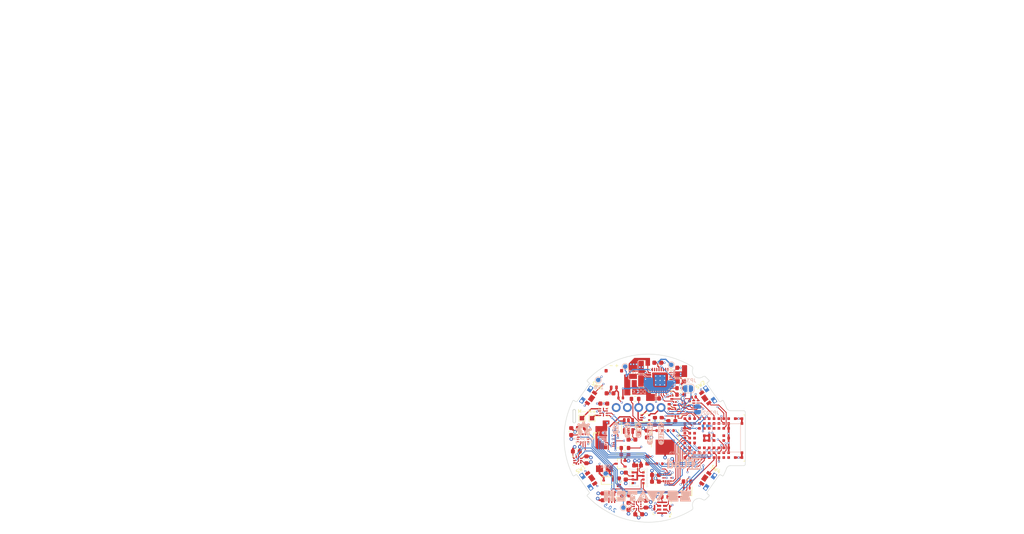
<source format=kicad_pcb>
(kicad_pcb (version 20240108) (generator "pcbnew") (generator_version "8.0")
  (title_block (title "ZSWatch v2") (date "2024-07-23") (rev "5") (company "github.com/jakkra/ZSWatch-HW"))
  (layers (0 "F.Cu" signal) (1 "In1.Cu" power "Inner1") (2 "In2.Cu" power "Inner2") (31 "B.Cu" signal) (34 "B.Paste" user) (35 "F.Paste" user) (36 "B.SilkS" user "B.Silkscreen") (37 "F.SilkS" user "F.Silkscreen") (38 "B.Mask" user) (39 "F.Mask" user) (44 "Edge.Cuts" user))
  (net 0 "")
  (net 1 "VBUS")
  (net 2 "GND")
  (net 3 "+1V8")
  (net 4 "LEDK2")
  (net 5 "LEDK1")
  (net 6 "BTN-3")
  (net 7 "/MCU/LIS2MDL-INT")
  (net 8 "SEL-SWD")
  (net 9 "DISPLAY-BLK")
  (net 10 "QSPI-CS")
  (net 11 "QSPI-IO1")
  (net 12 "QSPI-IO2")
  (net 13 "QSPI-IO0")
  (net 14 "QSPI-CLK")
  (net 15 "QSPI-IO3")
  (net 16 "USB-D_P")
  (net 17 "USB-D_N")
  (net 18 "TOUCH-INT")
  (net 19 "TOUCH-SCL")
  (net 20 "TOUCH-SDA")
  (net 21 "TOUCH-RST")
  (net 22 "DISPLAY-EN")
  (net 23 "VIB-EN")
  (net 24 "VIB-PWM")
  (net 25 "Net-(BZ301--)")
  (net 26 "Net-(MK201-VDD)")
  (net 27 "Net-(IC204-C1)")
  (net 28 "Net-(IC101-SW1)")
  (net 29 "Net-(IC101-SW2)")
  (net 34 "Net-(IC101-VSET2)")
  (net 35 "Net-(IC101-VSET1)")
  (net 36 "RESETn")
  (net 37 "DISPLAY-CS")
  (net 38 "DISPLAY-CLK")
  (net 39 "/MCU/VBAT")
  (net 40 "+3V0")
  (net 41 "Net-(IC101-VBAT)")
  (net 60 "Net-(IC302-ISET)")
  (net 61 "Net-(IC304-~{OE})")
  (net 62 "Net-(IC305-B4)")
  (net 63 "Net-(IC305-B3)")
  (net 64 "Net-(IC305-B2)")
  (net 65 "Net-(IC305-B1)")
  (net 66 "DISPLAY-DC")
  (net 67 "Net-(IC306-OUT-)")
  (net 68 "/MCU/VBUS-MCU")
  (net 69 "DISPLAY-RST")
  (net 70 "/MCU/SENSOR-SDA")
  (net 71 "/MCU/SENSOR-SCL")
  (net 72 "Net-(IC306-OUT+)")
  (net 74 "DISPLAY-DATA")
  (net 76 "/MCU/VDD-Display")
  (net 77 "/MCU/PMIC-INT")
  (net 84 "/MCU/BMI270-INT2")
  (net 85 "/MCU/BMI270-INT1")
  (net 87 "/MCU/MIC-CLK")
  (net 89 "/MCU/VSYS")
  (net 91 "BUZZER")
  (net 93 "/MCU/MIC-DATA")
  (net 94 "/MCU/MIC-EN")
  (net 103 "BTN-4")
  (net 104 "BTN-1")
  (net 105 "BTN-2")
  (net 106 "Net-(Q301-B)")
  (net 108 "SWDCLK")
  (net 109 "SWDIO")
  (net 110 "D_N{slash}SWDIO")
  (net 111 "D_P{slash}SWDCLK")
  (net 113 "/MCU/V_SWITCH")
  (net 114 "nRTC-INT")
  (net 117 "Net-(IC307-SCL)")
  (net 118 "Net-(IC307-SDA)")
  (footprint "Capacitor_SMD:C_0603_1608Metric" (layer "F.Cu") (at 150.749 102.574 180)
    (property "Reference" "C103" (hide yes))
    (property "Value" "2u2" (hide yes))
  )
  (footprint "Resistor_SMD:R_0603_1608Metric" (layer "F.Cu") (at 162.433 108.903 90)
    (property "Reference" "R308" (hide yes))
    (property "Value" "270R" (hide yes))
  )
  (footprint "Knowles:SPK0641HT4H-1" (layer "F.Cu") (at 162.527 128.438 90)
    (property "Reference" "MK201" (hide yes))
    (property "Value" "SPK0641HT4H-1" (hide yes))
  )
  (footprint "Capacitor_SMD:C_0603_1608Metric" (layer "F.Cu") (at 149.098 125.9715 -90)
    (property "Reference" "C201" (hide yes))
    (property "Value" "100n" (hide yes))
  )
  (footprint "Molex:78171-0002" (layer "F.Cu") (at 151.61481 99.374 180)
    (property "Reference" "X101" (hide yes))
    (property "Value" "BATTERY" (hide yes))
  )
  (footprint "Resistor_SMD:R_0603_1608Metric" (layer "F.Cu") (at 152.7556 122.5926 -90)
    (property "Reference" "R303" (hide yes))
    (property "Value" "4k7" (hide yes))
  )
  (footprint "Package_QFN:XQFN-12-1.7x2mm_P0.4mm" (layer "F.Cu") (at 163.6776 121.693 90)
    (property "Reference" "IC305" (hide yes))
    (property "Value" "NTS0104GU12" (hide yes))
  )
  (footprint "Package_DFN_QFN:QFN-32-1EP_5x5mm_P0.5mm_EP3.6x3.6mm_ThermalVias" (layer "F.Cu") (at 162.07419 99.658)
    (property "Reference" "IC101" (hide yes))
    (property "Value" "nPM1300-QEXX" (hide yes))
  )
  (footprint "Capacitor_SMD:C_0603_1608Metric" (layer "F.Cu") (at 144.272 110.4265 180)
    (property "Reference" "C202" (hide yes))
    (property "Value" "100n" (hide yes))
  )
  (footprint "Capacitor_SMD:C_0603_1608Metric" (layer "F.Cu") (at 155.702 113.03)
    (property "Reference" "C301" (hide yes))
    (property "Value" "1u" (hide yes))
  )
  (footprint "E-Switch:TL6340AF160Q_Modified" (layer "F.Cu") (at 145.37817 102.882285 -125)
    (property "Reference" "S303" (hide yes))
    (property "Value" "SW3")
  )
  (footprint "Capacitor_SMD:C_0603_1608Metric" (layer "F.Cu") (at 143.129 115.697 180)
    (property "Reference" "C207" (hide yes))
    (property "Value" "100n" (hide yes))
  )
  (footprint "Capacitor_SMD:C_0603_1608Metric" (layer "F.Cu") (at 161.0215 122.555 180)
    (property "Reference" "C304" (hide yes))
    (property "Value" "100n" (hide yes))
  )
  (footprint "Capacitor_SMD:C_0603_1608Metric" (layer "F.Cu") (at 159.1 111.775 -90)
    (property "Reference" "C302" (hide yes))
    (property "Value" "100n" (hide yes))
  )
  (footprint "Package_LGA_Kampi:Bosch_LGA-14_3x2.5mm_P0.5mm_LayoutBorder3x4y" (layer "F.Cu") (at 144.653 112.7385 180)
    (property "Reference" "IC202" (hide yes))
    (property "Value" "BMI270" (hide yes))
  )
  (footprint "Resistor_SMD:R_0402_1005Metric" (layer "F.Cu") (at 153.162 103.632)
    (property "Reference" "R103" (hide yes))
    (property "Value" "0R" (hide yes))
  )
  (footprint "Resistor_SMD:R_0603_1608Metric" (layer "F.Cu") (at 159.2 117.675 -90)
    (property "Reference" "R302" (hide yes))
    (property "Value" "100k" (hide yes))
  )
  (footprint "Resistor_SMD:R_0603_1608Metric" (layer "F.Cu") (at 156.4132 103.8352)
    (property "Reference" "R305" (hide yes))
    (property "Value" "100k" (hide yes))
  )
  (footprint "E-Switch:TL6340AF160Q_Modified" (layer "F.Cu") (at 173.355 102.87 125)
    (property "Reference" "S302" (hide yes))
    (property "Value" "SW2")
  )
  (footprint "Resistor_SMD:R_0603_1608Metric" (layer "F.Cu") (at 168.2 122.5 180)
    (property "Reference" "R201" (hide yes))
    (property "Value" "150k" (hide yes))
  )
  (footprint "Micro Crystal:RV-8263-C8" (layer "F.Cu") (at 170.18 105.0544 180)
    (property "Reference" "IC307" (hide yes))
    (property "Value" "RV-8263-C8" (hide yes))
  )
  (footprint "Capacitor_SMD:C_0603_1608Metric" (layer "F.Cu") (at 149.352 104.902)
    (property "Reference" "C306" (hide yes))
    (property "Value" "100n" (hide yes))
  )
  (footprint "Resistor_SMD:R_0603_1608Metric" (layer "F.Cu") (at 154.2288 125.6284 180)
    (property "Reference" "R304" (hide yes))
    (property "Value" "4k7" (hide yes))
  )
  (footprint "Resistor_SMD:R_0603_1608Metric" (layer "F.Cu") (at 160.909 108.903 -90)
    (property "Reference" "R312" (hide yes))
    (property "Value" "100R" (hide yes))
  )
  (footprint "Resistor_SMD:R_0402_1005Metric" (layer "F.Cu") (at 164.084 105.537 90)
    (property "Reference" "R310" (hide yes))
    (property "Value" "0R" (hide yes))
  )
  (footprint "Package_SOT_SMD:SOT-883" (layer "F.Cu") (at 164.719 103.505 -90)
    (property "Reference" "Q302" (hide yes))
    (property "Value" "PMZ550UNEYL" (hide yes))
  )
  (footprint "Package_LGA_Kampi:Bosch_LGA-10_2x2mm_P0.5mm_ClockwisePinNumbering" (layer "F.Cu") (at 143.372 117.779)
    (property "Reference" "IC203" (hide yes))
    (property "Value" "BMP581" (hide yes))
  )
  (footprint "Package_LGA_Kampi:LGA-12_2x2mm_P0.5mm" (layer "F.Cu") (at 156.96 127.8885 -90)
    (property "Reference" "IC204" (hide yes))
    (property "Value" "LIS2MDLTR" (hide yes))
  )
  (footprint "Resistor_SMD:R_0603_1608Metric" (layer "F.Cu") (at 166.72281 102.87 180)
    (property "Reference" "R102" (hide yes))
    (property "Value" "150k" (hide yes))
  )
  (footprint "Capacitor_SMD:C_0603_1608Metric" (layer "F.Cu") (at 166.72781 96.804)
    (property "Reference" "C110" (hide yes))
    (property "Value" "1u" (hide yes))
  )
  (footprint "EastRising:ER-CON0.4-24P" (layer "F.Cu") (at 150.865056 112.719 90)
    (property "Reference" "X302" (hide yes))
    (property "Value" "GC9A01A_CST816S" (hide yes))
  )
  (footprint "Package_QFN:WQFN-10_2x2mm_P0.5mm" (layer "F.Cu") (at 149.268 106.819 180)
    (property "Reference" "IC306" (hide yes))
    (property "Value" "DRV2603RUNT" (hide yes))
  )
  (footprint "Package_SON:WSON-8-1EP_8x6mm_P1.27mm_EP3.4x4.3mm" (layer "F.Cu") (at 163.2 114.75 90)
    (property "Reference" "IC303" (hide yes))
    (property "Value" "MX25U51245GZ4I00" (hide yes))
  )
  (footprint "Capacitor_SMD:C_0603_1608Metric" (layer "F.Cu") (at 157.83781 101.236 -90)
    (property "Reference" "C106" (hide yes))
    (property "Value" "10u" (hide yes))
  )
  (footprint "Package_LGA_Kampi:Bosch_LGA-8_3x3mm_P0.8mm_ClockwisePinNumbering" (layer "F.Cu") (at 157.099 121.666 -90)
    (property "Reference" "IC205" (hide yes))
    (property "Value" "BME688" (hide yes))
  )
  (footprint "Inductor_SMD_Kampi:L_0806_2016" (layer "F.Cu") (at 155.42481 100.487)
    (property "Reference" "L101" (hide yes))
    (property "Value" "2u2" (hide yes))
  )
  (footprint "Capacitor_SMD:C_0603_1608Metric" (layer "F.Cu") (at 157.83781 98.201 90)
    (property "Reference" "C104" (hide yes))
    (property "Value" "10u" (hide yes))
  )
  (footprint "Capacitor_SMD:C_0402_1005Metric" (layer "F.Cu") (at 169.644 103.4288)
    (property "Reference" "C307" (hide yes))
    (property "Value" "100n" (hide yes))
  )
  (footprint "E-Switch:TL6340AF160Q_Modified" (layer "F.Cu") (at 145.415 122.555 -55)
    (property "Reference" "S301" (hide yes))
    (property "Value" "SW1")
  )
  (footprint "Diode_SMD:D_SOD-323" (layer "F.Cu") (at 150.368 122.301)
    (property "Reference" "D301" (hide yes))
    (property "Value" "BAS316" (hide yes))
  )
  (footprint "Package_TO_SOT_SMD:SOT-323_SC-70" (layer "F.Cu") (at 153.146 118.491 180)
    (property "Reference" "Q301" (hide yes))
    (property "Value" "BC817W" (hide yes))
  )
  (footprint "Resistor_SMD:R_0603_1608Metric" (layer "F.Cu") (at 154.115 116.459 180)
    (property "Reference" "R307" (hide yes))
    (property "Value" "150k" (hide yes))
  )
  (footprint "Capacitor_SMD:C_0603_1608Metric" (layer "F.Cu") (at 158.496 95.758 180)
    (property "Reference" "C107" (hide yes))
    (property "Value" "10u" (hide yes))
  )
  (footprint "Capacitor_SMD:C_0603_1608Metric" (layer "F.Cu") (at 155.575 102.265)
    (property "Reference" "C105" (hide yes))
    (property "Value" "10u" (hide yes))
  )
  (footprint "Capacitor_SMD:C_0603_1608Metric" (layer "F.Cu") (at 161.544 95.661)
    (property "Reference" "C108" (hide yes))
    (property "Value" "10u" (hide yes))
  )
  (footprint "Package_TO_SOT_SMD:TSOT-23-6" (layer "F.Cu") (at 154.918 109.969 90)
    (property "Reference" "IC302" (hide yes))
    (property "Value" "FAN5622SX" (hide yes))
  )
  (footprint "E-Switch:TL6340AF160Q_Modified" (layer "F.Cu") (at 173.355 122.555 55)
    (property "Reference" "S304" (hide yes))
    (property "Value" "SW4")
  )
  (footprint "Package_SOT_SMD:SOT-883" (layer "F.Cu") (at 165.354 104.902 -90)
    (property "Reference" "Q303" (hide yes))
    (property "Value" "PMZ550UNEYL" (hide yes))
  )
  (footprint "Capacitor_SMD:C_0603_1608Metric" (layer "F.Cu") (at 161.0215 121.031 180)
    (property "Reference" "C305" (hide yes))
    (property "Value" "100n" (hide yes))
  )
  (footprint "Inductor_SMD_Kampi:L_0806_2016" (layer "F.Cu") (at 155.93281 97.947 -90)
    (property "Reference" "L102" (hide yes))
    (property "Value" "2u2" (hide yes))
  )
  (footprint "Capacitor_SMD:C_0603_1608Metric" (layer "F.Cu") (at 158.8516 127.635 90)
    (property "Reference" "C209" (hide yes))
    (property "Value" "10u" (hide yes))
  )
  (footprint "TestPoint:TestPoint_Pad_1.0x1.0mm" (layer "F.Cu") (at 146.685 108.204)
    (property "Reference" "X303" (hide yes))
    (property "Value" "M+")
  )
  (footprint "Capacitor_SMD:C_0603_1608Metric" (layer "F.Cu") (at 165.96581 99.09 90)
    (property "Reference" "C109" (hide yes))
    (property "Value" "10u" (hide yes))
  )
  (footprint "Capacitor_SMD:C_0603_1608Metric" (layer "F.Cu") (at 156.972 118.872 180)
    (property "Reference" "C212" (hide yes))
    (property "Value" "100n" (hide yes))
  )
  (footprint "Capacitor_SMD:C_0603_1608Metric" (layer "F.Cu") (at 154.305 121.285 90)
    (property "Reference" "C210" (hide yes))
    (property "Value" "100n" (hide yes))
  )
  (footprint "Capacitor_SMD:C_0603_1608Metric" (layer "F.Cu") (at 157.226 129.921 180)
    (property "Reference" "C211" (hide yes))
    (property "Value" "100n" (hide yes))
  )
  (footprint "Capacitor_SMD:C_0603_1608Metric" (layer "F.Cu") (at 154.94 128.1315 -90)
    (property "Reference" "C208" (hide yes))
    (property "Value" "220n" (hide yes))
  )
  (footprint "Package_TO_SOT_SMD:SOT-323_SC-70" (layer "F.Cu") (at 168.1 125 -90)
    (property "Reference" "Q201" (hide yes))
    (property "Value" "DMG1013UW-7" (hide yes))
  )
  (footprint "Resistor_SMD:R_0402_1005Metric" (layer "F.Cu") (at 168.7068 104.8512 -90)
    (property "Reference" "R313" (hide yes))
    (property "Value" "4k7" (hide yes))
  )
  (footprint "uBlox:NORA-B106" (layer "F.Cu") (at 174.568598 112.697798)
    (property "Reference" "M301" (hide yes))
    (property "Value" "NORA-B106" (hide yes))
  )
  (footprint "CUI Devices:CMT-322-65-SMT-TR" (layer "F.Cu") (at 149.479 119.634 90)
    (property "Reference" "BZ301" (hide yes))
    (property "Value" "Buzzer" (hide yes))
  )
  (footprint "Broadcom:Broadcom_DFN-6_2x2mm_P0.65mm" (layer "F.Cu") (at 151.13 125.984 -90)
    (property "Reference" "IC201" (hide yes))
    (property "Value" "APDS-9306-065" (hide yes))
  )
  (footprint "Resistor_SMD:R_0603_1608Metric" (layer "F.Cu") (at 154.115 114.935 180)
    (property "Reference" "R311" (hide yes))
    (property "Value" "180R" (hide yes))
  )
  (footprint "Capacitor_SMD:C_0603_1608Metric" (layer "F.Cu") (at 167.513 99.09 90)
    (property "Reference" "C101" (hide yes))
    (property "Value" "1u" (hide yes))
  )
  (footprint "Capacitor_SMD:C_0603_1608Metric" (layer "F.Cu") (at 161.04919 103.759 180)
    (property "Reference" "C102" (hide yes))
    (property "Value" "100n" (hide yes))
  )
  (footprint "Capacitor_SMD:C_0603_1608Metric" (layer "F.Cu") (at 141.986 111.2135 -90)
    (property "Reference" "C203" (hide yes))
    (property "Value" "100n" (hide yes))
  )
  (footprint "Resistor_SMD:R_0603_1608Metric" (layer "F.Cu") (at 166.72281 101.408 180)
    (property "Reference" "R101" (hide yes))
    (property "Value" "47k" (hide yes))
  )
  (footprint "Package_QFN:UQFN-10_1.55x2.05mm_P0.5mm" (layer "F.Cu") (at 165.516 106.946 180)
    (property "Reference" "IC304" (hide yes))
    (property "Value" "TS3USB221A" (hide yes))
  )
  (footprint "TestPoint:TestPoint_Pad_1.0x1.0mm" (layer "F.Cu") (at 144.399 108.204)
    (property "Reference" "X304" (hide yes))
    (property "Value" "M-")
  )
  (footprint "Capacitor_SMD:C_0603_1608Metric" (layer "F.Cu") (at 164.7444 108.8644 180)
    (property "Reference" "C303" (hide yes))
    (property "Value" "100n" (hide yes))
  )
  (footprint "Capacitor_SMD:C_0603_1608Metric" (layer "F.Cu") (at 163.182 125.984 180)
    (property "Reference" "C204" (hide yes))
    (property "Value" "100n" (hide yes))
  )
  (footprint "Resistor_SMD:R_0603_1608Metric" (layer "F.Cu") (at 157.353 110.744 90)
    (property "Reference" "R301" (hide yes))
    (property "Value" "12k" (hide yes))
  )
  (footprint "Package_TO_SOT_SMD:SOT-665" (layer "F.Cu") (at 158.75 108.077)
    (property "Reference" "IC301" (hide yes))
    (property "Value" "ESDALC6V1W5" (hide yes))
  )
  (footprint "Resistor_SMD:R_0402_1005Metric" (layer "F.Cu") (at 167.6908 105.3592 -90)
    (property "Reference" "R309" (hide yes))
    (property "Value" "4k7" (hide yes))
  )
  (footprint "Capacitor_SMD:C_0603_1608Metric" (layer "F.Cu") (at 145.415 117.602 90)
    (property "Reference" "C206" (hide yes))
    (property "Value" "100n" (hide yes))
  )
  (footprint "LOGO" (layer "B.Cu") (at 167.386 118.237 180)
    (property "Reference" "G***" (hide yes))
    (property "Value" "LOGO" (hide yes))
  )
  (footprint "TestPoint:TestPoint_Pad_D1.0mm" (layer "B.Cu") (at 153.7716 128.4224 -90)
    (property "Reference" "TP201" (hide yes))
    (property "Value" "SCL")
  )
  (footprint "Pomagtor:RD90_LZH0230529-004_DJ-5PIN_PH2_54" (layer "B.Cu") (at 157.226 105.791 180)
    (property "Reference" "X301" (hide yes))
    (property "Value" "DOCK")
  )
  (footprint "LOGO" (layer "B.Cu") (at 144.78 111.379 180)
    (property "Reference" "G***" (hide yes))
    (property "Value" "LOGO" (hide yes))
  )
  (footprint "project:Logo" (layer "B.Cu") (at 159.311 125.73 180)
    (property "Reference" "G***" (hide yes))
    (property "Value" "LOGO" (hide yes))
  )
  (footprint "kibuzzard-656642B5" (layer "B.Cu") (at 152.019 110.49 -90)
    (property "Reference" "kibuzzard-656642B5" (hide yes))
    (property "Value" "G***" (hide yes))
  )
  (footprint "kibuzzard-6616D313" (layer "B.Cu") (at 157.226 110.871 -90)
    (property "Reference" "kibuzzard-6616D313" (hide yes))
    (property "Value" "G***" (hide yes))
  )
  (footprint "TestPoint:TestPoint_Pad_D1.0mm" (layer "B.Cu") (at 164.592 96.139 180)
    (property "Reference" "TP103" (hide yes))
    (property "Value" "3V3")
  )
  (footprint "TestPoint:TestPoint_Pad_D1.0mm" (layer "B.Cu") (at 154.178 96.52 180)
    (property "Reference" "TP102" (hide yes))
    (property "Value" "3V0")
  )
  (footprint "TestPoint:TestPoint_Pad_D1.0mm" (layer "B.Cu") (at 149.7584 120.7008)
    (property "Reference" "TP202" (hide yes))
    (property "Value" "SDA")
  )
  (footprint "kibuzzard-65664337" (layer "B.Cu") (at 159.766 111.633 -90)
    (property "Reference" "kibuzzard-65664337" (hide yes))
    (property "Value" "G***" (hide yes))
  )
  (footprint "Jumper:SolderJumper-2_P1.3mm_Open_RoundedPad1.0x1.5mm" (layer "B.Cu") (at 170.55 106.2 -90)
    (property "Reference" "JP302")
    (property "Value" "~" (hide yes))
  )
  (footprint "TestPoint:TestPoint_Pad_D1.0mm" (layer "B.Cu") (at 148.082 99.568 -90)
    (property "Reference" "TP101" (hide yes))
    (property "Value" "1V8")
  )
  (footprint "kibuzzard-656642E4" (layer "B.Cu") (at 154.686 110.871 -90)
    (property "Reference" "kibuzzard-656642E4" (hide yes))
    (property "Value" "G***" (hide yes))
  )
  (footprint "Resistor_SMD:R_0402_1005Metric" (layer "B.Cu") (at 172.2628 109.947798)
    (property "Reference" "R306" (hide yes))
    (property "Value" "0R" (hide yes))
  )
  (footprint "kibuzzard-65664342" (layer "B.Cu") (at 162.306 111.633 -90)
    (property "Reference" "kibuzzard-65664342" (hide yes))
    (property "Value" "G***" (hide yes))
  )
  (footprint "Jumper:SolderJumper-2_P1.3mm_Open_RoundedPad1.0x1.5mm" (layer "B.Cu") (at 168.4 101.5)
    (property "Reference" "JP301")
    (property "Value" "~" (hide yes))
  )
  (gr_line (start 173.85 115.85) (end 173.85 109.45) (stroke (width 0.1)) (layer "B.SilkS"))
  (gr_line (start 173.85 109.45) (end 180.25 109.45) (stroke (width 0.1)) (layer "B.SilkS"))
  (gr_line (start 180.25 109.45) (end 180.25 115.85) (stroke (width 0.1)) (layer "B.SilkS"))
  (gr_line (start 180.25 115.85) (end 173.85 115.85) (stroke (width 0.1)) (layer "B.SilkS"))
  (gr_line (start 147.701 111.506) (end 147.447 111.633) (stroke (width 0.15)) (layer "F.SilkS"))
  (gr_line (start 147.701 111.506) (end 147.066 111.506) (stroke (width 0.15)) (layer "F.SilkS"))
  (gr_line (start 147.066 112.141) (end 147.066 111.506) (stroke (width 0.15)) (layer "F.SilkS"))
  (gr_line (start 152.1 116.3) (end 152.527 116.3) (stroke (width 0.1)) (layer "F.SilkS"))
  (gr_line (start 156.718 109.1) (end 158.7 109.1) (stroke (width 0.1)) (layer "F.SilkS"))
  (gr_line (start 156.718 116.3) (end 158.3 116.3) (stroke (width 0.1)) (layer "F.SilkS"))
  (gr_line (start 147.066 112.141) (end 147.193 111.887) (stroke (width 0.15)) (layer "F.SilkS"))
  (gr_line (start 147.066 112.141) (end 146.939 111.887) (stroke (width 0.15)) (layer "F.SilkS"))
  (gr_line (start 147.701 111.506) (end 147.447 111.379) (stroke (width 0.15)) (layer "F.SilkS"))
  (gr_line (start 152.1 109.1) (end 153.162 109.1) (stroke (width 0.1)) (layer "F.SilkS"))
  (gr_circle (center 155.194 123.571) (end 155.394 123.571) (stroke (width 0.05)) (fill none) (layer "Edge.Cuts"))
  (gr_line (start 175.385158 121.098176) (end 172.71802 124.907228) (stroke (width 0.1)) (layer "Edge.Cuts"))
  (gr_circle (center 155.194 120.396) (end 155.394 120.396) (stroke (width 0.05)) (fill none) (layer "Edge.Cuts"))
  (gr_line (start 143.344842 104.339824) (end 146.01198 100.530772) (stroke (width 0.1)) (layer "Edge.Cuts"))
  (gr_line (start 176.000259 121.162643) (end 175.802976 121.024504) (stroke (width 0.1)) (layer "Edge.Cuts"))
  (gr_arc (start 146.01198 124.907228) (mid 146.061667 125.131393) (end 145.938308 125.325047) (stroke (width 0.1)) (layer "Edge.Cuts"))
  (gr_arc (start 176.389789 121.154553) (mid 176.260056 121.259558) (end 176.095865 121.229588) (stroke (width 0.1)) (layer "Edge.Cuts"))
  (gr_circle (center 159.131 120.396) (end 159.331 120.396) (stroke (width 0.05)) (fill none) (layer "Edge.Cuts"))
  (gr_line (start 145.741026 99.974814) (end 145.645419 99.90787) (stroke (width 0.1)) (layer "Edge.Cuts"))
  (gr_line (start 172.988974 125.463186) (end 173.084581 125.53013) (stroke (width 0.1)) (layer "Edge.Cuts"))
  (gr_circle (center 155.829 119.761) (end 156.029 119.761) (stroke (width 0.05)) (fill none) (layer "Edge.Cuts"))
  (gr_arc (start 145.615403 99.606008) (mid 156.884244 93.881595) (end 169.250904 96.493376) (stroke (width 0.1)) (layer "Edge.Cuts"))
  (gr_circle (center 159.131 122.301) (end 159.331 122.301) (stroke (width 0.05)) (fill none) (layer "Edge.Cuts"))
  (gr_arc (start 173.084581 125.53013) (mid 173.168932 125.674166) (end 173.114597 125.831992) (stroke (width 0.1)) (layer "Edge.Cuts"))
  (gr_circle (center 159.131 119.761) (end 159.331 119.761) (stroke (width 0.05)) (fill none) (layer "Edge.Cuts"))
  (gr_arc (start 169.250904 96.493376) (mid 169.46236 96.754324) (end 169.461025 97.09019) (stroke (width 0.1)) (layer "Edge.Cuts"))
  (gr_arc (start 142.340211 104.283447) (mid 142.469944 104.178442) (end 142.634135 104.208412) (stroke (width 0.1)) (layer "Edge.Cuts"))
  (gr_circle (center 157.861 119.761) (end 158.061 119.761) (stroke (width 0.05)) (fill none) (layer "Edge.Cuts"))
  (gr_arc (start 169.461025 128.34781) (mid 169.96342 126.644708) (end 171.738816 126.614255) (stroke (width 0.1)) (layer "Edge.Cuts"))
  (gr_line (start 172.370041 98.867254) (end 173.114597 99.606008) (stroke (width 0.1)) (layer "Edge.Cuts"))
  (gr_line (start 178.024102 106.519) (end 181.025011 106.519) (stroke (width 0.1)) (layer "Edge.Cuts"))
  (gr_line (start 176.000259 104.275357) (end 176.095865 104.208412) (stroke (width 0.1)) (layer "Edge.Cuts"))
  (gr_arc (start 169.250904 128.944624) (mid 156.884244 131.556405) (end 145.615403 125.831992) (stroke (width 0.1)) (layer "Edge.Cuts"))
  (gr_circle (center 159.131 123.571) (end 159.331 123.571) (stroke (width 0.05)) (fill none) (layer "Edge.Cuts"))
  (gr_line (start 181.325011 106.819) (end 181.325011 118.619) (stroke (width 0.1)) (layer "Edge.Cuts"))
  (gr_line (start 176.095865 121.229588) (end 176.000259 121.162643) (stroke (width 0.1)) (layer "Edge.Cuts"))
  (gr_line (start 142.362844 108.959123) (end 142.362844 106.511123) (stroke (width 0.15)) (layer "Edge.Cuts"))
  (gr_circle (center 156.464 119.761) (end 156.664 119.761) (stroke (width 0.05)) (fill none) (layer "Edge.Cuts"))
  (gr_circle (center 159.131 122.936) (end 159.331 122.936) (stroke (width 0.05)) (fill none) (layer "Edge.Cuts"))
  (gr_arc (start 176.095865 104.208412) (mid 176.260056 104.178441) (end 176.389789 104.283447) (stroke (width 0.1)) (layer "Edge.Cuts"))
  (gr_arc (start 142.634135 121.229588) (mid 142.469944 121.259559) (end 142.340211 121.154553) (stroke (width 0.1)) (layer "Edge.Cuts"))
  (gr_arc (start 172.791692 125.325047) (mid 172.668333 125.131394) (end 172.71802 124.907228) (stroke (width 0.1)) (layer "Edge.Cuts"))
  (gr_circle (center 156.464 123.571) (end 156.664 123.571) (stroke (width 0.05)) (fill none) (layer "Edge.Cuts"))
  (gr_arc (start 142.662844 109.259123) (mid 142.450713 109.171265) (end 142.362844 108.959123) (stroke (width 0.15)) (layer "Edge.Cuts"))
  (gr_line (start 145.645419 125.53013) (end 145.741026 125.463186) (stroke (width 0.1)) (layer "Edge.Cuts"))
  (gr_line (start 142.962844 106.511123) (end 142.962844 108.959123) (stroke (width 0.15)) (layer "Edge.Cuts"))
  (gr_line (start 175.802976 104.413496) (end 176.000259 104.275357) (stroke (width 0.1)) (layer "Edge.Cuts"))
  (gr_line (start 181.025011 118.919) (end 178.024102 118.919) (stroke (width 0.1)) (layer "Edge.Cuts"))
  (gr_circle (center 155.829 123.571) (end 156.029 123.571) (stroke (width 0.05)) (fill none) (layer "Edge.Cuts"))
  (gr_arc (start 175.802976 104.413496) (mid 175.578807 104.463207) (end 175.385158 104.339824) (stroke (width 0.1)) (layer "Edge.Cuts"))
  (gr_arc (start 172.71802 100.530772) (mid 172.668333 100.306607) (end 172.791692 100.112953) (stroke (width 0.1)) (layer "Edge.Cuts"))
  (gr_circle (center 158.496 119.761) (end 158.696 119.761) (stroke (width 0.05)) (fill none) (layer "Edge.Cuts"))
  (gr_line (start 142.634135 104.208412) (end 142.729741 104.275357) (stroke (width 0.1)) (layer "Edge.Cuts"))
  (gr_arc (start 172.370041 126.570746) (mid 172.062186 126.705038) (end 171.738816 126.614255) (stroke (width 0.1)) (layer "Edge.Cuts"))
  (gr_arc (start 142.962844 108.959123) (mid 142.875 109.171284) (end 142.662844 109.259123) (stroke (width 0.15)) (layer "Edge.Cuts"))
  (gr_line (start 172.988974 99.974814) (end 172.791692 100.112953) (stroke (width 0.1)) (layer "Edge.Cuts"))
  (gr_arc (start 173.114597 99.606008) (mid 173.16886 99.763827) (end 173.084581 99.90787) (stroke (width 0.1)) (layer "Edge.Cuts"))
  (gr_line (start 173.084581 99.90787) (end 172.988974 99.974814) (stroke (width 0.1)) (layer "Edge.Cuts"))
  (gr_arc (start 142.662844 106.211123) (mid 142.874977 106.299001) (end 142.962844 106.511123) (stroke (width 0.15)) (layer "Edge.Cuts"))
  (gr_circle (center 157.099 123.571) (end 157.299 123.571) (stroke (width 0.05)) (fill none) (layer "Edge.Cuts"))
  (gr_arc (start 181.325011 118.619) (mid 181.237142 118.831131) (end 181.025011 118.919) (stroke (width 0.1)) (layer "Edge.Cuts"))
  (gr_line (start 172.71802 100.530772) (end 175.385158 104.339824) (stroke (width 0.1)) (layer "Edge.Cuts"))
  (gr_line (start 173.114597 125.831992) (end 172.370041 126.570746) (stroke (width 0.1)) (layer "Edge.Cuts"))
  (gr_arc (start 178.024102 106.519) (mid 177.458416 106.343621) (end 177.091149 105.878999) (stroke (width 0.1)) (layer "Edge.Cuts"))
  (gr_circle (center 155.194 119.761) (end 155.394 119.761) (stroke (width 0.05)) (fill none) (layer "Edge.Cuts"))
  (gr_line (start 142.927024 121.024504) (end 142.729741 121.162643) (stroke (width 0.1)) (layer "Edge.Cuts"))
  (gr_circle (center 159.131 121.031) (end 159.331 121.031) (stroke (width 0.05)) (fill none) (layer "Edge.Cuts"))
  (gr_arc (start 142.362844 106.511123) (mid 142.450736 106.29902) (end 142.662844 106.211123) (stroke (width 0.15)) (layer "Edge.Cuts"))
  (gr_line (start 142.729741 104.275357) (end 142.927024 104.413496) (stroke (width 0.1)) (layer "Edge.Cuts"))
  (gr_arc (start 142.927024 121.024504) (mid 143.151193 120.974793) (end 143.344842 121.098176) (stroke (width 0.1)) (layer "Edge.Cuts"))
  (gr_arc (start 145.615403 125.831992) (mid 145.561105 125.674169) (end 145.645419 125.53013) (stroke (width 0.1)) (layer "Edge.Cuts"))
  (gr_arc (start 181.025011 106.519) (mid 181.237142 106.606869) (end 181.325011 106.819) (stroke (width 0.1)) (layer "Edge.Cuts"))
  (gr_arc (start 171.738816 98.823745) (mid 172.062185 98.732962) (end 172.370041 98.867254) (stroke (width 0.1)) (layer "Edge.Cuts"))
  (gr_arc (start 177.091149 119.559001) (mid 176.758774 120.364823) (end 176.389789 121.154553) (stroke (width 0.1)) (layer "Edge.Cuts"))
  (gr_line (start 172.791692 125.325047) (end 172.988974 125.463186) (stroke (width 0.1)) (layer "Edge.Cuts"))
  (gr_arc (start 177.091149 119.559001) (mid 177.458416 119.094379) (end 178.024102 118.919) (stroke (width 0.1)) (layer "Edge.Cuts"))
  (gr_line (start 146.01198 124.907228) (end 143.344842 121.098176) (stroke (width 0.1)) (layer "Edge.Cuts"))
  (gr_arc (start 176.389789 104.283447) (mid 176.758774 105.073177) (end 177.091149 105.878999) (stroke (width 0.1)) (layer "Edge.Cuts"))
  (gr_circle (center 159.131 121.666) (end 159.331 121.666) (stroke (width 0.05)) (fill none) (layer "Edge.Cuts"))
  (gr_line (start 145.741026 125.463186) (end 145.938308 125.325047) (stroke (width 0.1)) (layer "Edge.Cuts"))
  (gr_arc (start 143.344842 104.339824) (mid 143.151194 104.463206) (end 142.927024 104.413496) (stroke (width 0.1)) (layer "Edge.Cuts"))
  (gr_arc (start 145.938308 100.112953) (mid 146.061667 100.306606) (end 146.01198 100.530772) (stroke (width 0.1)) (layer "Edge.Cuts"))
  (gr_circle (center 155.194 122.936) (end 155.394 122.936) (stroke (width 0.05)) (fill none) (layer "Edge.Cuts"))
  (gr_arc (start 175.385158 121.098176) (mid 175.578806 120.974794) (end 175.802976 121.024504) (stroke (width 0.1)) (layer "Edge.Cuts"))
  (gr_arc (start 169.461025 128.34781) (mid 169.462361 128.683676) (end 169.250904 128.944624) (stroke (width 0.1)) (layer "Edge.Cuts"))
  (gr_line (start 145.938308 100.112953) (end 145.741026 99.974814) (stroke (width 0.1)) (layer "Edge.Cuts"))
  (gr_arc (start 145.645419 99.90787) (mid 145.561105 99.763831) (end 145.615403 99.606008) (stroke (width 0.1)) (layer "Edge.Cuts"))
  (gr_arc (start 142.340211 121.154553) (mid 140.364948 112.719) (end 142.340211 104.283447) (stroke (width 0.1)) (layer "Edge.Cuts"))
  (gr_arc (start 171.738816 98.823745) (mid 169.963394 98.793327) (end 169.461025 97.09019) (stroke (width 0.1)) (layer "Edge.Cuts"))
  (gr_line (start 142.729741 121.162643) (end 142.634135 121.229588) (stroke (width 0.1)) (layer "Edge.Cuts"))
  (gr_text "2.0.${REVISION}" (at 151.892 129.667 330) (layer "B.Cu") (effects (font (size 0.8 0.8) (thickness 0.12)) (justify left bottom mirror)))
  (gr_text "Designed with" (at 163.957 116.078 0) (layer "B.SilkS") (effects (font (size 0.8 0.8) (thickness 0.12)) (justify right mirror)))
  (gr_text "+" (at 152.273 96.266 0) (layer "F.SilkS") (effects (font (size 0.8 0.8) (thickness 0.12))))
  (gr_text "y" (at 147.828 111.8235 0) (layer "F.SilkS") (effects (font (size 0.8 0.8) (thickness 0.12)) (justify left bottom)))
  (gr_text "-" (at 151.003 96.266 0) (layer "F.SilkS") (effects (font (size 0.8 0.8) (thickness 0.12))))
  (gr_text "x" (at 146.685 112.9665 0) (layer "F.SilkS") (effects (font (size 0.8 0.8) (thickness 0.12)) (justify left bottom)))
  (segment (start 166.7588 99.1108) (end 167.513 99.865) (width 0.2) (layer "F.Cu") (net 1))
  (segment (start 165.006 99.408) (end 165.3032 99.1108) (width 0.2) (layer "F.Cu") (net 1))
  (segment (start 167.513 99.865) (end 166.667 100.711) (width 0.4) (layer "F.Cu") (net 1))
  (segment (start 164.52419 99.408) (end 165.006 99.408) (width 0.2) (layer "F.Cu") (net 1))
  (segment (start 165.3032 99.1108) (end 166.7588 99.1108) (width 0.2) (layer "F.Cu") (net 1))
  (via (at 166.667 100.711) (size 0.45) (drill 0.25) (layers "F.Cu" "B.Cu") (net 1))
  (segment (start 177.568603 112.697798) (end 177.568603 113.792) (width 0.4) (layer "F.Cu") (net 2))
  (segment (start 177.568603 110.518996) (end 177.568603 111.671941) (width 0.4) (layer "F.Cu") (net 2))
  (segment (start 170.970629 123.472629) (end 171.487095 122.956163) (width 0.2) (layer "F.Cu") (net 2))
  (segment (start 144.653 111.826) (end 144.153 111.826) (width 0.2) (layer "F.Cu") (net 2))
  (segment (start 156.21 128.135) (end 155.7115 128.135) (width 0.2) (layer "F.Cu") (net 2))
  (segment (start 177.568603 113.792) (end 177.568603 114.897799) (width 0.4) (layer "F.Cu") (net 2))
  (segment (start 146.431 118.11) (end 146.164 118.377) (width 0.4) (layer "F.Cu") (net 2))
  (segment (start 162.407 125.984) (end 162.407 126.623) (width 0.2) (layer "F.Cu") (net 2))
  (segment (start 170.68 103.9848) (end 170.68 104.2444) (width 0.2) (layer "F.Cu") (net 2))
  (segment (start 167.6686 108.322539) (end 168.765056 109.418995) (width 0.3) (layer "F.Cu") (net 2))
  (segment (start 165.516 105.931) (end 165.3506 105.7656) (width 0.2) (layer "F.Cu") (net 2))
  (segment (start 149.225 111.506) (end 149.412 111.319) (width 0.2) (layer "F.Cu") (net 2))
  (segment (start 151.257 113.919) (end 151.457 113.719) (width 0.2) (layer "F.Cu") (net 2))
  (segment (start 160.236038 120.052962) (end 160.236038 121.033538) (width 0.4) (layer "F.Cu") (net 2))
  (segment (start 156.451 129.921) (end 156.451 129.299) (width 0.2) (layer "F.Cu") (net 2))
  (segment (start 152.273 126.7715) (end 151.78 126.7715) (width 0.2) (layer "F.Cu") (net 2))
  (segment (start 154.918 113.021) (end 154.927 113.03) (width 0.3) (layer "F.Cu") (net 2))
  (segment (start 167.54781 101.408) (end 166.878 101.408) (width 0.2) (layer "F.Cu") (net 2))
  (segment (start 171.323 101.727) (end 171.323 102.304742) (width 0.2) (layer "F.Cu") (net 2))
  (segment (start 172.0686 113.2478) (end 173.1686 113.2478) (width 0.4) (layer "F.Cu") (net 2))
  (segment (start 161.544 126.014) (end 162.377 126.014) (width 0.4) (layer "F.Cu") (net 2))
  (segment (start 163.195 117.094) (end 163.2 117.089) (width 0.4) (layer "F.Cu") (net 2))
  (segment (start 180.5686 117.0978) (end 179.832 117.0978) (width 0.4) (layer "F.Cu") (net 2))
  (segment (start 160.344682 128.907818) (end 160.8145 128.438) (width 0.2) (layer "F.Cu") (net 2))
  (segment (start 157.747 119.24) (end 157.353 119.634) (width 0.2) (layer "F.Cu") (net 2))
  (segment (start 156.391199 122.866) (end 155.9115 122.866) (width 0.2) (layer "F.Cu") (net 2))
  (segment (start 164.661832 104.902) (end 164.536832 105.027) (width 0.2) (layer "F.Cu") (net 2))
  (segment (start 160.1 112.55) (end 159.1 112.55) (width 0.4) (layer "F.Cu") (net 2))
  (segment (start 165.516 106.096) (end 165.516 105.931) (width 0.2) (layer "F.Cu") (net 2))
  (segment (start 164.084 105.027) (end 163.961 105.027) (width 0.2) (layer "F.Cu") (net 2))
  (segment (start 170.124 102.7736) (end 170.124 103.4288) (width 0.2) (layer "F.Cu") (net 2))
  (segment (start 145.161 120.142) (end 145.161 120.146647) (width 0.2) (layer "F.Cu") (net 2))
  (segment (start 149.268 107.569) (end 149.268 106.807) (width 0.2) (layer "F.Cu") (net 2))
  (segment (start 157.226 130.683) (end 157.2 130.683) (width 0.4) (layer "F.Cu") (net 2))
  (segment (start 163.6014 108.8644) (end 163.9694 108.8644) (width 0.2) (layer "F.Cu") (net 2))
  (segment (start 144.1345 117.779) (end 144.35525 117.779) (width 0.2) (layer "F.Cu") (net 2))
  (segment (start 163.195 108.458) (end 163.6014 108.8644) (width 0.2) (layer "F.Cu") (net 2))
  (segment (start 142.8475 111.3) (end 143.497 110.6505) (width 0.4) (layer "F.Cu") (net 2))
  (segment (start 157.747 118.240053) (end 157.747 118.872) (width 0.4) (layer "F.Cu") (net 2))
  (segment (start 155.6775 113.03) (end 154.927 113.03) (width 0.3) (layer "F.Cu") (net 2))
  (segment (start 157.353 119.634) (end 157.353 120.142) (width 0.2) (layer "F.Cu") (net 2))
  (segment (start 153.416 120.51) (end 154.305 120.51) (width 0.4) (layer "F.Cu") (net 2))
  (segment (start 151.457 114.119) (end 151.960056 114.119) (width 0.2) (layer "F.Cu") (net 2))
  (segment (start 142.597 117.279) (end 142.354 117.036) (width 0.2) (layer "F.Cu") (net 2))
  (segment (start 179.832 108.2978) (end 180.5686 108.2978) (width 0.4) (layer "F.Cu") (net 2))
  (segment (start 148.3365 126.7465) (end 149.098 126.7465) (width 0.4) (layer "F.Cu") (net 2))
  (segment (start 157.677 120.466) (end 158.2865 120.466) (width 0.2) (layer "F.Cu") (net 2))
  (segment (start 142.8475 111.3) (end 141.986 110.4385) (width 0.4) (layer "F.Cu") (net 2))
  (segment (start 149.006 107.069) (end 149.268 106.807) (width 0.2) (layer "F.Cu") (net 2))
  (segment (start 156.451 129.299) (end 156.7225 129.0275) (width 0.2) (layer "F.Cu") (net 2))
  (segment (start 145.8075 114.046) (end 145.8075 113.4885) (width 0.2) (layer "F.Cu") (net 2))
  (segment (start 157.82 108.077) (end 158.496 108.077) (width 0.3) (layer "F.Cu") (net 2))
  (segment (start 177.568603 110.518996) (end 177.568603 109.418995) (width 0.4) (layer "F.Cu") (net 2))
  (segment (start 142.354 117.036) (end 142.354 115.697) (width 0.2) (layer "F.Cu") (net 2))
  (segment (start 164.973 121.693) (end 164.5776 121.693) (width 0.2) (layer "F.Cu") (net 2))
  (segment (start 145.161 120.146647) (end 145.676891 120.662538) (width 0.2) (layer "F.Cu") (net 2))
  (segment (start 160.2465 121.031) (end 160.2465 122.555) (width 0.4) (layer "F.Cu") (net 2))
  (segment (start 169.40472 110.007061) (end 169.377865 110.007061) (width 0.3) (layer "F.Cu") (net 2))
  (segment (start 148.518 107.069) (end 149.006 107.069) (width 0.2) (layer "F.Cu") (net 2))
  (segment (start 160.236038 121.033538) (end 160.2465 121.044) (width 0.4) (layer "F.Cu") (net 2))
  (segment (start 171.8056 106.0704) (end 171.0596 105.3244) (width 0.2) (layer "F.Cu") (net 2))
  (segment (start 180.5686 115.997802) (end 180.5686 117.0978) (width 0.4) (layer "F.Cu") (net 2))
  (segment (start 150.018 106.569) (end 149.506 106.569) (width 0.2) (layer "F.Cu") (net 2))
  (segment (start 163.961 105.027) (end 163.959 105.029) (width 0.2) (layer "F.Cu") (net 2))
  (segment (start 155.061 121.266) (end 155.9115 121.266) (width 0.2) (layer "F.Cu") (net 2))
  (segment (start 157.353 120.142) (end 157.677 120.466) (width 0.2) (layer "F.Cu") (net 2))
  (segment (start 155.7115 128.135) (end 154.94 128.9065) (width 0.2) (layer "F.Cu") (net 2))
  (segment (start 151.457 113.719) (end 151.960056 113.719) (width 0.2) (layer "F.Cu") (net 2))
  (segment (start 150.724 102.574) (end 150.724 102.01281) (width 0.4) (layer "F.Cu") (net 2))
  (segment (start 146.164 118.377) (end 145.415 118.377) (width 0.4) (layer "F.Cu") (net 2))
  (segment (start 163.068 95.661) (end 162.319 95.661) (width 0.4) (layer "F.Cu") (net 2))
  (segment (start 172.0686 112.147802) (end 173.1686 112.147802) (width 0.4) (layer "F.Cu") (net 2))
  (segment (start 157.2 130.683) (end 156.451 129.934) (width 0.4) (layer "F.Cu") (net 2))
  (segment (start 144.153 111.0825) (end 143.497 110.4265) (width 0.2) (layer "F.Cu") (net 2))
  (segment (start 167.6686 117.097799) (end 168.7686 115.997799) (width 0.4) (layer "F.Cu") (net 2))
  (segment (start 163.2 117.089) (end 163.2 114.75) (width 0.4) (layer "F.Cu") (net 2))
  (segment (start 167.6686 117.0978) (end 167.6686 117.729) (width 0.4) (layer "F.Cu") (net 2))
  (segment (start 177.568603 114.918997) (end 177.568603 116.018997) (width 0.4) (layer "F.Cu") (net 2))
  (segment (start 162.527 126.743) (end 162.527 127.2255) (width 0.2) (layer "F.Cu") (net 2))
  (segment (start 173.1686 113.2478) (end 173.1686 112.147802) (width 0.4) (layer "F.Cu") (net 2))
  (segment (start 144.153 111.826) (end 144.153 111.0825) (width 0.2) (layer "F.Cu") (net 2))
  (segment (start 177.568603 111.671941) (end 177.568603 112.697798) (width 0.4) (layer "F.Cu") (net 2))
  (segment (start 151.257 113.919) (end 151.457 114.119) (width 0.2) (layer "F.Cu") (net 2))
  (segment (start 179.0686 108.2978) (end 179.832 108.2978) (width 0.4) (layer "F.Cu") (net 2))
  (segment (start 180.565056 109.418998) (end 180.565056 108.318998) (width 0.4) (layer "F.Cu") (net 2))
  (segment (start 156.7225 129.0275) (end 156.7225 128.6475) (width 0.2) (layer "F.Cu") (net 2))
  (segment (start 169.377865 110.007061) (end 168.768601 109.397797) (width 0.3) (layer "F.Cu") (net 2))
  (segment (start 162.527 130.208) (end 162.527 129.6505) (width 0.2) (layer "F.Cu") (net 2))
  (segment (start 159.9438 127.167697) (end 159.636103 126.86) (width 0.4) (layer "F.Cu") (net 2))
  (segment (start 149.506 106.569) (end 149.268 106.807) (width 0.2) (layer "F.Cu") (net 2))
  (segment (start 163.195 108.458) (end 162.815 108.078) (width 0.2) (layer "F.Cu") (net 2))
  (segment (start 145.034 105.380808) (end 145.640061 104.774747) (width 0.2) (layer "F.Cu") (net 2))
  (segment (start 170.124 103.4288) (end 170.68 103.9848) (width 0.2) (layer "F.Cu") (net 2))
  (segment (start 150.724 102.574) (end 149.974 102.574) (width 0.4) (layer "F.Cu") (net 2))
  (segment (start 165.105 117.705) (end 164.8 117.4) (width 0.3) (layer "F.Cu") (net 2))
  (segment (start 149.3895 104.902) (end 150.127 104.902) (width 0.4) (layer "F.Cu") (net 2))
  (segment (start 173.1686 112.147802) (end 173.1686 111.506) (width 0.4) (layer "F.Cu") (net 2))
  (segment (start 150.724 102.01281) (end 151.01481 101.722) (width 0.4) (layer "F.Cu") (net 2))
  (segment (start 166.751 102.87) (end 167.54781 102.87) (width 0.2) (layer "F.Cu") (net 2))
  (segment (start 154.93 129.794) (end 154.93 128.9165) (width 0.4) (layer "F.Cu") (net 2))
  (segment (start 165.3506 105.7656) (end 164.8226 105.7656) (width 0.2) (layer "F.Cu") (net 2))
  (segment (start 149.412 111.319) (end 149.770056 111.319) (width 0.2) (layer "F.Cu") (net 2))
  (segment (start 164.846 127.8315) (end 164.2395 128.438) (width 0.2) (layer "F.Cu") (net 2))
  (segment (start 149.438 111.719) (end 149.770056 111.719) (width 0.2) (layer "F.Cu") (net 2))
  (segment (start 144.147 118.279) (end 144.147 117.779) (width 0.2) (layer "F.Cu") (net 2))
  (segment (start 149.225 111.506) (end 149.438 111.719) (width 0.2) (layer "F.Cu") (net 2))
  (segment (start 154.146 117.841) (end 154.146 117.253) (width 0.4) (layer "F.Cu") (net 2))
  (segment (start 154.305 120.51) (end 155.061 121.266) (width 0.2) (layer "F.Cu") (net 2))
  (segment (start 157.304567 117.79762) (end 157.747 118.240053) (width 0.4) (layer "F.Cu") (net 2))
  (segment (start 165.105 118.5) (end 165.105 117.705) (width 0.3) (layer "F.Cu") (net 2))
  (segment (start 151.01481 101.722) (end 151.01481 101.249) (width 0.4) (layer "F.Cu") (net 2))
  (segment (start 144.95325 118.377) (end 145.415 118.377) (width 0.2) (layer "F.Cu") (net 2))
  (segment (start 147.955 126.365) (end 148.3365 126.7465) (width 0.4) (layer "F.Cu") (net 2))
  (segment (start 172.0686 113.2478) (end 172.0686 112.147802) (width 0.4) (layer "F.Cu") (net 2))
  (segment (start 157.353 112.395) (end 157.353 111.569) (width 0.2) (layer "F.Cu") (net 2))
  (segment (start 164.536832 105.027) (end 164.084 105.027) (width 0.2) (layer "F.Cu") (net 2))
  (segment (start 171.323 102.304742) (end 171.487095 102.468837) (width 0.2) (layer "F.Cu") (net 2))
  (segment (start 162.407 126.623) (end 162.527 126.743) (width 0.2) (layer "F.Cu") (net 2))
  (segment (start 144.35525 117.779) (end 144.95325 118.377) (width 0.2) (layer "F.Cu") (net 2))
  (segment (start 159.636103 126.86) (end 159.017 126.86) (width 0.4) (layer "F.Cu") (net 2))
  (segment (start 142.748 114.694) (end 142.354 115.088) (width 0.4) (layer "F.Cu") (net 2))
  (segment (start 154.146 117.253) (end 154.94 116.459) (width 0.4) (layer "F.Cu") (net 2))
  (segment (start 164.8226 105.7656) (end 164.084 105.027) (width 0.2) (layer "F.Cu") (net 2))
  (segment (start 149.268 106.069) (end 149.268 106.807) (width 0.2) (layer "F.Cu") (net 2))
  (segment (start 154.925 117.841) (end 154.146 117.841) (width 0.4) (layer "F.Cu") (net 2))
  (segment (start 160.236038 122.531538) (end 160.2465 122.542) (width 0.4) (layer "F.Cu") (net 2))
  (segment (start 154.918 111.1065) (end 154.918 113.021) (width 0.3) (layer "F.Cu") (net 2))
  (segment (start 162.815 108.078) (end 162.433 108.078) (width 0.2) (layer "F.Cu") (net 2))
  (segment (start 171.0596 105.3244) (end 170.68 105.3244) (width 0.2) (layer "F.Cu") (net 2))
  (segment (start 142.354 115.088) (end 142.354 115.697) (width 0.4) (layer "F.Cu") (net 2))
  (segment (start 157.747 118.872) (end 157.747 119.24) (width 0.2) (layer "F.Cu") (net 2))
  (segment (start 179.0686 117.0978) (end 179.832 117.0978) (width 0.4) (layer "F.Cu") (net 2))
  (via (at 157.304567 117.79762) (size 0.8) (drill 0.4) (layers "F.Cu" "B.Cu") (net 2))
  (via (at 157.226 130.683) (size 0.8) (drill 0.4) (layers "F.Cu" "B.Cu") (net 2))
  (via (at 145.8075 114.046) (size 0.45) (drill 0.25) (layers "F.Cu" "B.Cu") (net 2))
  (via (at 151.257 113.919) (size 0.45) (drill 0.25) (layers "F.Cu" "B.Cu") (net 2))
  (via (at 164.846 127.8315) (size 0.45) (drill 0.25) (layers "F.Cu" "B.Cu") (net 2))
  (via (at 166.72019 98.044) (size 0.45) (drill 0.25) (layers "F.Cu" "B.Cu") (net 2))
  (via (at 167.6686 117.729) (size 0.45) (drill 0.25) (layers "F.Cu" "B.Cu") (net 2))
  (via (at 162.527 130.208) (size 0.45) (drill 0.25) (layers "F.Cu" "B.Cu") (net 2))
  (via (at 177.568603 111.671941) (size 0.45) (drill 0.25) (layers "F.Cu" "B.Cu") (net 2))
  (via (at 156.391199 122.866) (size 0.45) (drill 0.25) (layers "F.Cu" "B.Cu") (net 2))
  (via (at 142.8475 111.3) (size 0.8) (drill 0.4) (layers "F.Cu" "B.Cu") (net 2))
  (via (at 158.75 97.891) (size 0.45) (drill 0.25) (layers "F.Cu" "B.Cu") (net 2))
  (via (at 157.0736 101.9048) (size 0.45) (drill 0.25) (layers "F.Cu" "B.Cu") (net 2))
  (via (at 149.225 111.506) (size 0.45) (drill 0.25) (layers "F.Cu" "B.Cu") (net 2))
  (via (at 163.068 95.661) (size 0.45) (drill 0.25) (layers "F.Cu" "B.Cu") (net 2))
  (via (at 164.8 117.4) (size 0.8) (drill 0.4) (layers "F.Cu" "B.Cu") (net 2))
  (via (at 154.93 129.794) (size 0.8) (drill 0.4) (layers "F.Cu" "B.Cu") (net 2))
  (via (at 150.724 102.574) (size 0.45) (drill 0.25) (layers "F.Cu" "B.Cu") (net 2))
  (via (at 146.431 118.11) (size 0.8) (drill 0.4) (layers "F.Cu" "B.Cu") (net 2))
  (via (at 166.878 101.408) (size 0.45) (drill 0.25) (layers "F.Cu" "B.Cu") (net 2))
  (via (at 160.1 112.55) (size 0.8) (drill 0.4) (layers "F.Cu" "B.Cu") (net 2))
  (via (at 149.268 106.807) (size 0.45) (drill 0.25) (layers "F.Cu" "B.Cu") (net 2))
  (via (at 157.48 96.647) (size 0.45) (drill 0.25) (layers "F.Cu" "B.Cu") (net 2))
  (via (at 179.832 108.2978) (size 0.45) (drill 0.25) (layers "F.Cu" "B.Cu") (net 2))
  (via (at 160.344682 128.907818) (size 0.45) (drill 0.25) (layers "F.Cu" "B.Cu") (net 2))
  (via (at 163.195 117.094) (size 0.8) (drill 0.4) (layers "F.Cu" "B.Cu") (net 2))
  (via (at 153.416 120.51) (size 0.8) (drill 0.4) (layers "F.Cu" "B.Cu") (net 2))
  (via (at 166.72019 98.552) (size 0.45) (drill 0.25) (layers "F.Cu" "B.Cu") (net 2))
  (via (at 154.925 117.841) (size 0.8) (drill 0.4) (layers "F.Cu" "B.Cu") (net 2))
  (via (at 142.748 114.694) (size 0.8) (drill 0.4) (layers "F.Cu" "B.Cu") (net 2))
  (via (at 171.323 101.727) (size 0.45) (drill 0.25) (layers "F.Cu" "B.Cu") (net 2))
  (via (at 177.568603 113.792) (size 0.45) (drill 0.25) (layers "F.Cu" "B.Cu") (net 2))
  (via (at 145.034 105.380808) (size 0.45) (drill 0.25) (layers "F.Cu" "B.Cu") (net 2))
  (via (at 166.751 102.87) (size 0.45) (drill 0.25) (layers "F.Cu" "B.Cu") (net 2))
  (via (at 160.236038 120.052962) (size 0.8) (drill 0.4) (layers "F.Cu" "B.Cu") (net 2))
  (via (at 147.955 126.365) (size 0.8) (drill 0.4) (layers "F.Cu" "B.Cu") (net 2))
  (via (at 164.661832 104.902) (size 0.45) (drill 0.25) (layers "F.Cu" "B.Cu") (net 2))
  (via (at 157.353 112.395) (size 0.45) (drill 0.25) (layers "F.Cu" "B.Cu") (net 2))
  (via (at 157.0736 102.4128) (size 0.45) (drill 0.25) (layers "F.Cu" "B.Cu") (net 2))
  (via (at 171.8056 106.0704) (size 0.45) (drill 0.25) (layers "F.Cu" "B.Cu") (net 2))
  (via (at 169.40472 110.007061) (size 0.45) (drill 0.25) (layers "F.Cu" "B.Cu") (net 2))
  (via (at 152.273 126.7715) (size 0.45) (drill 0.25) (layers "F.Cu" "B.Cu") (net 2))
  (via (at 173.1686 111.506) (size 0.45) (drill 0.25) (layers "F.Cu" "B.Cu") (net 2))
  (via (at 158.115 96.647) (size 0.45) (drill 0.25) (layers "F.Cu" "B.Cu") (net 2))
  (via (at 163.195 108.458) (size 0.45) (drill 0.25) (layers "F.Cu" "B.Cu") (net 2))
  (via (at 149.3895 104.902) (size 0.45) (drill 0.25) (layers "F.Cu" "B.Cu") (net 2))
  (via (at 145.161 120.142) (size 0.45) (drill 0.25) (layers "F.Cu" "B.Cu") (net 2))
  (via (at 158.496 108.077) (size 0.45) (drill 0.25) (layers "F.Cu" "B.Cu") (net 2))
  (via (at 155.6775 113.03) (size 0.45) (drill 0.25) (layers "F.Cu" "B.Cu") (net 2))
  (via (at 159.9438 127.167697) (size 0.8) (drill 0.4) (layers "F.Cu" "B.Cu") (net 2))
  (via (at 170.124 102.7736) (size 0.45) (drill 0.25) (layers "F.Cu" "B.Cu") (net 2))
  (via (at 170.970629 123.472629) (size 0.45) (drill 0.25) (layers "F.Cu" "B.Cu") (net 2))
  (via (at 179.832 117.0978) (size 0.45) (drill 0.25) (layers "F.Cu" "B.Cu") (net 2))
  (via (at 164.973 121.693) (size 0.45) (drill 0.25) (layers "F.Cu" "B.Cu") (net 2))
  (via (at 161.544 126.014) (size 0.8) (drill 0.4) (layers "F.Cu" "B.Cu") (net 2))
  (segment (start 168.7686 110.497798) (end 167.6686 110.497798) (width 0.4) (layer "F.Cu") (net 3))
  (segment (start 143.904 114.681) (end 143.904 115.684) (width 0.4) (layer "F.Cu") (net 3))
  (segment (start 167.45 124) (end 167.45 123.45) (width 0.2) (layer "F.Cu") (net 3))
  (segment (start 143.904 114.681) (end 143.904 114.2385) (width 0.2) (layer "F.Cu") (net 3))
  (segment (start 166.7 123.175) (end 167.375 122.5) (width 0.2) (layer "F.Cu") (net 3))
  (segment (start 145.047 111.1035) (end 145.047 110.4265) (width 0.2) (layer "F.Cu") (net 3))
  (segment (start 156.379564 117.79762) (end 156.197 117.980184) (width 0.4) (layer "F.Cu") (net 3))
  (segment (start 165.862 104.552) (end 165.579 104.552) (width 0.2) (layer "F.Cu") (net 3))
  (segment (start 159.69 128.41) (end 158.8516 128.41) (width 0.4) (layer "F.Cu") (net 3))
  (segment (start 143.904 116.205) (end 143.904 115.697) (width 0.2) (layer "F.Cu") (net 3))
  (segment (start 158.1185 128.6475) (end 157.7225 128.6475) (width 0.2) (layer "F.Cu") (net 3))
  (segment (start 161.7965 122.555) (end 162.3822 122.555) (width 0.2) (layer "F.Cu") (net 3))
  (segment (start 143.023 118.279) (end 143.122 118.378) (width 0.2) (layer "F.Cu") (net 3))
  (segment (start 161.295 111) (end 159.125 111) (width 0.2) (layer "F.Cu") (net 3))
  (segment (start 145.923 110.4135) (end 145.158 110.4135) (width 0.4) (layer "F.Cu") (net 3))
  (segment (start 156.7225 127.1225) (end 156.7225 127.6395) (width 0.2) (layer "F.Cu") (net 3))
  (segment (start 162.4942 122.443) (end 162.8276 122.443) (width 0.2) (layer "F.Cu") (net 3))
  (segment (start 159.62419 97.908) (end 159.271 97.55481) (width 0.2) (layer "F.Cu") (net 3))
  (segment (start 143.622 117.878) (end 143.622 117.0165) (width 0.2) (layer "F.Cu") (net 3))
  (segment (start 151.960056 110.519) (end 151.960056 110.904) (width 0.2) (layer "F.Cu") (net 3))
  (segment (start 143.904 114.2385) (end 144.145 113.9975) (width 0.2) (layer "F.Cu") (net 3))
  (segment (start 160.3 116.85) (end 159.2 116.85) (width 0.2) (layer "F.Cu") (net 3))
  (segment (start 144.468 117.279) (end 144.92 116.827) (width 0.2) (layer "F.Cu") (net 3))
  (segment (start 145.145 111.826) (end 145.145 111.2015) (width 0.2) (layer "F.Cu") (net 3))
  (segment (start 149.098 125.1965) (end 150.48 125.1965) (width 0.2) (layer "F.Cu") (net 3))
  (segment (start 143.122 118.5415) (end 143.122 118.378) (width 0.2) (layer "F.Cu") (net 3))
  (segment (start 146.164 116.827) (end 145.415 116.827) (width 0.4) (layer "F.Cu") (net 3))
  (segment (start 167.005433 110.488097) (end 167.015134 110.497798) (width 0.4) (layer "F.Cu") (net 3))
  (segment (start 157.21 128.651) (end 157.21 128.127) (width 0.2) (layer "F.Cu") (net 3))
  (segment (start 167.6686 109.397797) (end 167.6686 110.497798) (width 0.4) (layer "F.Cu") (net 3))
  (segment (start 158.261989 110.474655) (end 158.787334 111) (width 0.4) (layer "F.Cu") (net 3))
  (segment (start 141.986 112.886) (end 141.986 111.9885) (width 0.4) (layer "F.Cu") (net 3))
  (segment (start 154.311 122.066) (end 154.305 122.06) (width 0.2) (layer "F.Cu") (net 3))
  (segment (start 144.1345 117.279) (end 144.468 117.279) (width 0.2) (layer "F.Cu") (net 3))
  (segment (start 144.92 116.827) (end 145.415 116.827) (width 0.2) (layer "F.Cu") (net 3))
  (segment (start 157.21 129.13) (end 158.001 129.921) (width 0.2) (layer "F.Cu") (net 3))
  (segment (start 158.877 129.921) (end 158.001 129.921) (width 0.4) (layer "F.Cu") (net 3))
  (segment (start 142 112.9) (end 141.986 112.886) (width 0.4) (layer "F.Cu") (net 3))
  (segment (start 164.944 102.968) (end 164.592 102.616) (width 0.2) (layer "F.Cu") (net 3))
  (segment (start 154.305 122.936) (end 154.305 122.06) (width 0.4) (layer "F.Cu") (net 3))
  (segment (start 161.82419 102.844) (end 161.82419 102.108) (width 0.2) (layer "F.Cu") (net 3))
  (segment (start 167.015134 110.497798) (end 167.6686 110.497798) (width 0.4) (layer "F.Cu") (net 3))
  (segment (start 167.375 123.375) (end 167.375 122.5) (width 0.2) (layer "F.Cu") (net 3))
  (segment (start 155.0538 125.6284) (end 154.3812 125.6284) (width 0.2) (layer "F.Cu") (net 3))
  (segment (start 158.787334 111) (end 159.1 111) (width 0.4) (layer "F.Cu") (net 3))
  (segment (start 164.59256 102.61544) (end 164.59256 102.605496) (width 0.2) (layer "F.Cu") (net 3))
  (segment (start 166.02 104.394) (end 165.862 104.552) (width 0.2) (layer "F.Cu") (net 3))
  (segment (start 164.592 102.616) (end 164.59256 102.61544) (width 0.2) (layer "F.Cu") (net 3))
  (segment (start 157.21 128.127) (end 156.7225 127.6395) (width 0.2) (layer "F.Cu") (net 3))
  (segment (start 144.145 113.9975) (end 144.145 113.651) (width 0.2) (layer "F.Cu") (net 3))
  (segment (start 159.9 128.2) (end 159.69 128.41) (width 0.4) (layer "F.Cu") (net 3))
  (segment (start 157.21 128.651) (end 157.21 129.13) (width 0.2) (layer "F.Cu") (net 3))
  (segment (start 161.82419 102.844) (end 161.82419 103.759) (width 0.2) (layer "F.Cu") (net 3))
  (segment (start 143.622 116.487) (end 143.904 116.205) (width 0.2) (layer "F.Cu") (net 3))
  (segment (start 164.944 103.155) (end 164.944 102.968) (width 0.2) (layer "F.Cu") (net 3))
  (segment (start 146.431 117.094) (end 146.164 116.827) (width 0.4) (layer "F.Cu") (net 3))
  (segment (start 167.45 123.45) (end 167.375 123.375) (width 0.2) (layer "F.Cu") (net 3))
  (segment (start 143.622 117.0165) (end 143.622 116.487) (width 0.2) (layer "F.Cu") (net 3))
  (segment (start 145.145 111.2015) (end 145.047 111.1035) (width 0.2) (layer "F.Cu") (net 3))
  (segment (start 158.8516 128.41) (end 158.356 128.41) (width 0.2) (layer "F.Cu") (net 3))
  (segment (start 161.0215 121.793) (end 161.7835 122.555) (width 0.4) (layer "F.Cu") (net 3))
  (segment (start 148.082 125.1965) (end 149.098 125.1965) (width 0.4) (layer "F.Cu") (net 3))
  (segment (start 159.271 97.55481) (end 159.271 95.758) (width 0.2) (layer "F.Cu") (net 3))
  (segment (start 161.036 127.411) (end 161.638 128.013) (width 0.2) (layer "F.Cu") (net 3))
  (segment (start 152.7556 122.2248) (end 153.0096 122.4788) (width 0.2) (layer "F.Cu") (net 3))
  (segment (start 161.638 128.013) (end 161.852 128.013) (width 0.2) (layer "F.Cu") (net 3))
  (segment (start 158.356 128.41) (end 158.1185 128.6475) (width 0.2) (layer "F.Cu") (net 3))
  (segment (start 152.7556 121.7676) (end 152.7556 122.2248) (width 0.2) (layer "F.Cu") (net 3))
  (segment (start 151.960056 110.919) (end 151.465556 110.919) (width 0.2) (layer "F.Cu") (net 3))
  (segment (start 162.3822 122.555) (end 162.4942 122.443) (width 0.2) (layer "F.Cu") (net 3))
  (segment (start 156.197 117.980184) (end 156.197 118.872) (width 0.4) (layer "F.Cu") (net 3))
  (segment (start 142.6095 118.279) (end 143.023 118.279) (width 0.2) (layer "F.Cu") (net 3))
  (segment (start 143.4905 111.9885) (end 141.986 111.9885) (width 0.2) (layer "F.Cu") (net 3))
  (segment (start 155.9115 122.066) (end 154.311 122.066) (width 0.2) (layer "F.Cu") (net 3))
  (segment (start 143.122 118.378) (end 143.622 117.878) (width 0.2) (layer "F.Cu") (net 3))
  (via (at 154.3812 125.6284) (size 0.45) (drill 0.25) (layers "F.Cu" "B.Cu") (net 3))
  (via (at 167.005433 110.488097) (size 0.45) (drill 0.25) (layers "F.Cu" "B.Cu") (net 3))
  (via (at 143.904 114.681) (size 0.8) (drill 0.4) (layers "F.Cu" "B.Cu") (net 3))
  (via (at 153.0096 122.4788) (size 0.45) (drill 0.25) (layers "F.Cu" "B.Cu") (net 3))
  (via (at 161.0215 121.793) (size 0.8) (drill 0.4) (layers "F.Cu" "B.Cu") (net 3))
  (via (at 154.305 122.936) (size 0.8) (drill 0.4) (layers "F.Cu" "B.Cu") (net 3))
  (via (at 151.465556 110.919) (size 0.45) (drill 0.25) (layers "F.Cu" "B.Cu") (net 3))
  (via (at 158.261989 110.474655) (size 0.8) (drill 0.4) (layers "F.Cu" "B.Cu") (net 3))
  (via (at 156.083 96.012) (size 0.45) (drill 0.25) (layers "F.Cu" "B.Cu") (net 3))
  (via (at 145.923 110.4135) (size 0.8) (drill 0.4) (layers "F.Cu" "B.Cu") (net 3))
  (via (at 160.3 116.85) (size 0.45) (drill 0.25) (layers "F.Cu" "B.Cu") (net 3))
  (via (at 148.844 98.806) (size 0.45) (drill 0.25) (layers "F.Cu" "B.Cu") (net 3))
  (via (at 159.9 128.2) (size 0.8) (drill 0.4) (layers "F.Cu" "B.Cu") (net 3))
  (via (at 161.036 127.411) (size 0.45) (drill 0.25) (layers "F.Cu" "B.Cu") (net 3))
  (via (at 148.082 125.1965) (size 0.8) (drill 0.4) (layers "F.Cu" "B.Cu") (net 3))
  (via (at 142 112.9) (size 0.8) (drill 0.4) (layers "F.Cu" "B.Cu") (net 3))
  (via (at 166.02 104.394) (size 0.45) (drill 0.25) (layers "F.Cu" "B.Cu") (net 3))
  (via (at 155.448 96.012) (size 0.45) (drill 0.25) (layers "F.Cu" "B.Cu") (net 3))
  (via (at 158.877 129.921) (size 0.8) (drill 0.4) (layers "F.Cu" "B.Cu") (net 3))
  (via (at 146.431 117.094) (size 0.8) (drill 0.4) (layers "F.Cu" "B.Cu") (net 3))
  (via (at 156.718 96.012) (size 0.45) (drill 0.25) (layers "F.Cu" "B.Cu") (net 3))
  (via (at 164.59256 102.605496) (size 0.45) (drill 0.25) (layers "F.Cu" "B.Cu") (net 3))
  (via (at 166.7 123.175) (size 0.45) (drill 0.25) (layers "F.Cu" "B.Cu") (net 3))
  (via (at 161.82419 102.844) (size 0.45) (drill 0.25) (layers "F.Cu" "B.Cu") (net 3))
  (via (at 156.379564 117.79762) (size 0.8) (drill 0.4) (layers "F.Cu" "B.Cu") (net 3))
  (segment (start 148.844 98.806) (end 148.082 99.568) (width 0.2) (layer "B.Cu") (net 3))
  (segment (start 151.003 114.519) (end 151.960056 114.519) (width 0.2) (layer "F.Cu") (net 4))
  (segment (start 150.528 110.2868) (end 152.9208 107.894) (width 0.3) (layer "F.Cu") (net 4))
  (segment (start 152.9208 107.894) (end 155.244041 107.894) (width 0.3) (layer "F.Cu") (net 4))
  (segment (start 155.244041 107.894) (end 155.868 108.517959) (width 0.3) (layer "F.Cu") (net 4))
  (via (at 151.003 114.519) (size 0.45) (drill 0.25) (layers "F.Cu" "B.Cu") (net 4))
  (via (at 150.528 110.2868) (size 0.45) (drill 0.25) (layers "F.Cu" "B.Cu") (net 4))
  (segment (start 150.528 114.044) (end 151.003 114.519) (width 0.3) (layer "B.Cu") (net 4))
  (segment (start 150.528 110.2868) (end 150.528 114.044) (width 0.3) (layer "B.Cu") (net 4))
  (segment (start 152.988556 108.8315) (end 153.968 108.8315) (width 0.3) (layer "F.Cu") (net 5))
  (segment (start 151.965056 109.855) (end 152.988556 108.8315) (width 0.3) (layer "F.Cu") (net 5))
  (segment (start 151.965056 115.443) (end 151.965056 114.919) (width 0.2) (layer "F.Cu") (net 5))
  (via (at 151.965056 115.443) (size 0.45) (drill 0.25) (layers "F.Cu" "B.Cu") (net 5))
  (via (at 151.965056 109.855) (size 0.45) (drill 0.25) (layers "F.Cu" "B.Cu") (net 5))
  (segment (start 151.965056 109.855) (end 151.965056 115.443) (width 0.3) (layer "B.Cu") (net 5))
  (segment (start 149.270197 100.457) (end 147.246075 102.481122) (width 0.2) (layer "F.Cu") (net 6))
  (segment (start 163.7665 102.9335) (end 163.32419 102.49119) (width 0.2) (layer "F.Cu") (net 6))
  (segment (start 175.071603 105.666677) (end 176.468603 107.063677) (width 0.2) (layer "F.Cu") (net 6))
  (segment (start 176.468603 107.063677) (end 176.468603 108.297797) (width 0.2) (layer "F.Cu") (net 6))
  (segment (start 163.32419 102.49119) (end 163.32419 102.108) (width 0.2) (layer "F.Cu") (net 6))
  (via (at 163.7665 102.9335) (size 0.45) (drill 0.25) (layers "F.Cu" "B.Cu") (net 6))
  (via (at 175.071603 105.666677) (size 0.45) (drill 0.25) (layers "F.Cu" "B.Cu") (net 6))
  (via (at 149.270197 100.457) (size 0.45) (drill 0.25) (layers "F.Cu" "B.Cu") (net 6))
  (segment (start 175.368603 117.983) (end 175.368603 117.0978) (width 0.2) (layer "F.Cu") (net 7))
  (segment (start 155.81805 129.04645) (end 156.21 128.6545) (width 0.2) (layer "F.Cu") (net 7))
  (via (at 155.81805 129.04645) (size 0.45) (drill 0.25) (layers "F.Cu" "B.Cu") (net 7))
  (via (at 175.368603 117.983) (size 0.45) (drill 0.25) (layers "F.Cu" "B.Cu") (net 7))
  (segment (start 157.9 108.617) (end 157.385 108.617) (width 0.3) (layer "F.Cu") (net 8))
  (segment (start 157.385 108.617) (end 157.099 108.331) (width 0.3) (layer "F.Cu") (net 8))
  (segment (start 157.2382 103.8352) (end 157.226 103.8474) (width 0.2) (layer "F.Cu") (net 8))
  (segment (start 157.099 105.791) (end 157.226 105.791) (width 0.3) (layer "F.Cu") (net 8))
  (segment (start 157.099 108.331) (end 157.099 105.918) (width 0.3) (layer "F.Cu") (net 8))
  (segment (start 157.099 105.918) (end 157.226 105.791) (width 0.3) (layer "F.Cu") (net 8))
  (segment (start 157.226 103.8474) (end 157.226 105.791) (width 0.2) (layer "F.Cu") (net 8))
  (segment (start 164.916 107.696) (end 163.322 107.696) (width 0.2) (layer "F.Cu") (net 8))
  (via (at 163.322 107.696) (size 0.45) (drill 0.25) (layers "F.Cu" "B.Cu") (net 8))
  (via (at 171.7548 111.1504) (size 0.45) (drill 0.25) (layers "F.Cu" "B.Cu") (net 8))
  (segment (start 171.7528 111.1484) (end 171.7528 109.947798) (width 0.2) (layer "B.Cu") (net 8))
  (segment (start 171.7548 111.1504) (end 171.7528 111.1484) (width 0.2) (layer "B.Cu") (net 8))
  (segment (start 170.307 110.497798) (end 170.960802 110.497798) (width 0.2) (layer "F.Cu") (net 9))
  (segment (start 153.968 110.109) (end 153.968 111.1065) (width 0.2) (layer "F.Cu") (net 9))
  (via (at 153.968 110.109) (size 0.45) (drill 0.25) (layers "F.Cu" "B.Cu") (net 9))
  (via (at 170.307 110.497798) (size 0.45) (drill 0.25) (layers "F.Cu" "B.Cu") (net 9))
  (segment (start 154.227345 109.849655) (end 153.968 110.109) (width 0.2) (layer "B.Cu") (net 9))
  (segment (start 168.663798 110.497798) (end 168.015655 109.849655) (width 0.2) (layer "B.Cu") (net 9))
  (segment (start 168.015655 109.849655) (end 154.227345 109.849655) (width 0.2) (layer "B.Cu") (net 9))
  (segment (start 170.307 110.497798) (end 168.663798 110.497798) (width 0.2) (layer "B.Cu") (net 9))
  (segment (start 161.803845 118.496155) (end 161.8 118.5) (width 0.2) (layer "F.Cu") (net 10))
  (segment (start 170 119.1) (end 170.714 119.1) (width 0.2) (layer "F.Cu") (net 10))
  (segment (start 170.714 119.1) (end 172.068602 117.745398) (width 0.2) (layer "F.Cu") (net 10))
  (segment (start 159.2 118.5) (end 161.295 118.5) (width 0.2) (layer "F.Cu") (net 10))
  (segment (start 172.068602 117.745398) (end 172.068602 117.0978) (width 0.2) (layer "F.Cu") (net 10))
  (segment (start 161.8 118.5) (end 161.295 118.5) (width 0.2) (layer "F.Cu") (net 10))
  (via (at 161.803845 118.496155) (size 0.45) (drill 0.25) (layers "F.Cu" "B.Cu") (net 10))
  (via (at 170 119.1) (size 0.45) (drill 0.25) (layers "F.Cu" "B.Cu") (net 10))
  (segment (start 161.803845 118.496155) (end 162.40769 119.1) (width 0.2) (layer "B.Cu") (net 10))
  (segment (start 162.40769 119.1) (end 170 119.1) (width 0.2) (layer "B.Cu") (net 10))
  (segment (start 163.1 118.5) (end 162.565 118.5) (width 0.2) (layer "F.Cu") (net 11))
  (segment (start 171.543602 117.508398) (end 171.543602 116.522799) (width 0.2) (layer "F.Cu") (net 11))
  (segment (start 170.434 118.618) (end 171.543602 117.508398) (width 0.2) (layer "F.Cu") (net 11))
  (segment (start 171.543602 116.522799) (end 172.068602 115.997799) (width 0.2) (layer "F.Cu") (net 11))
  (via (at 163.1 118.5) (size 0.45) (drill 0.25) (layers "F.Cu" "B.Cu") (net 11))
  (via (at 170.434 118.618) (size 0.45) (drill 0.25) (layers "F.Cu" "B.Cu") (net 11))
  (segment (start 163.218 118.618) (end 170.434 118.618) (width 0.2) (layer "B.Cu") (net 11))
  (segment (start 163.1 118.5) (end 163.218 118.618) (width 0.2) (layer "B.Cu") (net 11))
  (segment (start 170.9686 117.3214) (end 170.434 117.856) (width 0.2) (layer "F.Cu") (net 12))
  (segment (start 170.9686 117.0978) (end 170.9686 117.3214) (width 0.2) (layer "F.Cu") (net 12))
  (segment (start 164.25 118.05) (end 163.835 118.465) (width 0.2) (layer "F.Cu") (net 12))
  (via (at 170.434 117.856) (size 0.45) (drill 0.25) (layers "F.Cu" "B.Cu") (net 12))
  (via (at 164.25 118.05) (size 0.45) (drill 0.25) (layers "F.Cu" "B.Cu") (net 12))
  (segment (start 164.25 118.05) (end 164.437 118.237) (width 0.2) (layer "B.Cu") (net 12))
  (segment (start 164.437 118.237) (end 170.053 118.237) (width 0.2) (layer "B.Cu") (net 12))
  (segment (start 170.053 118.237) (end 170.434 117.856) (width 0.2) (layer "B.Cu") (net 12))
  (segment (start 170.4854 115.5146) (end 170.968599 115.997799) (width 0.2) (layer "F.Cu") (net 13))
  (segment (start 165.608 110.998) (end 165.107 110.998) (width 0.2) (layer "F.Cu") (net 13))
  (via (at 170.4854 115.5146) (size 0.45) (drill 0.25) (layers "F.Cu" "B.Cu") (net 13))
  (via (at 165.608 110.998) (size 0.45) (drill 0.25) (layers "F.Cu" "B.Cu") (net 13))
  (segment (start 170.4854 115.5146) (end 170.1246 115.5146) (width 0.2) (layer "B.Cu") (net 13))
  (segment (start 170.1246 115.5146) (end 165.608 110.998) (width 0.2) (layer "B.Cu") (net 13))
  (segment (start 164.4 111) (end 163.835 111) (width 0.2) (layer "F.Cu") (net 14))
  (segment (start 172.618619 116.547817) (end 173.168602 117.0978) (width 0.2) (layer "F.Cu") (net 14))
  (via (at 164.4 111) (size 0.45) (drill 0.25) (layers "F.Cu" "B.Cu") (net 14))
  (via (at 172.618619 116.547817) (size 0.45) (drill 0.25) (layers "F.Cu" "B.Cu") (net 14))
  (segment (start 164.4 111) (end 164.4 111.4) (width 0.2) (layer "B.Cu") (net 14))
  (segment (start 169.547492 116.547492) (end 172.618294 116.547492) (width 0.2) (layer "B.Cu") (net 14))
  (segment (start 164.4 111.4) (end 169.547492 116.547492) (width 0.2) (layer "B.Cu") (net 14))
  (segment (start 172.618294 116.547492) (end 172.618619 116.547817) (width 0.2) (layer "B.Cu") (net 14))
  (segment (start 163.1 111) (end 162.565 111) (width 0.2) (layer "F.Cu") (net 15))
  (segment (start 173.707138 116.536335) (end 173.168602 115.997799) (width 0.2) (layer "F.Cu") (net 15))
  (segment (start 173.707138 116.542356) (end 173.707138 116.536335) (width 0.2) (layer "F.Cu") (net 15))
  (via (at 163.1 111) (size 0.45) (drill 0.25) (layers "F.Cu" "B.Cu") (net 15))
  (via (at 173.707138 116.542356) (size 0.45) (drill 0.25) (layers "F.Cu" "B.Cu") (net 15))
  (segment (start 173.252002 116.997492) (end 173.707138 116.542356) (width 0.2) (layer "B.Cu") (net 15))
  (segment (start 163.1 111.3) (end 168.797492 116.997492) (width 0.2) (layer "B.Cu") (net 15))
  (segment (start 168.797492 116.997492) (end 173.252002 116.997492) (width 0.2) (layer "B.Cu") (net 15))
  (segment (start 163.1 111) (end 163.1 111.3) (width 0.2) (layer "B.Cu") (net 15))
  (segment (start 169.8686 107.797797) (end 169.8686 108.297797) (width 0.2) (layer "F.Cu") (net 16))
  (segment (start 167.005 107.823) (end 167.259 107.569) (width 0.2) (layer "F.Cu") (net 16))
  (segment (start 166.116 107.696) (end 166.116 108.077) (width 0.2) (layer "F.Cu") (net 16))
  (segment (start 168.450009 107.109008) (end 169.179811 107.109008) (width 0.2) (layer "F.Cu") (net 16))
  (segment (start 166.878 108.204) (end 167.005 108.077) (width 0.2) (layer "F.Cu") (net 16))
  (segment (start 166.243 108.204) (end 166.878 108.204) (width 0.2) (layer "F.Cu") (net 16))
  (segment (start 169.179811 107.109008) (end 169.8686 107.797797) (width 0.2) (layer "F.Cu") (net 16))
  (segment (start 166.116 108.077) (end 166.243 108.204) (width 0.2) (layer "F.Cu") (net 16))
  (segment (start 167.990017 107.569) (end 168.450009 107.109008) (width 0.2) (layer "F.Cu") (net 16))
  (segment (start 167.259 107.569) (end 167.990017 107.569) (width 0.2) (layer "F.Cu") (net 16))
  (segment (start 167.005 108.077) (end 167.005 107.823) (width 0.2) (layer "F.Cu") (net 16))
  (segment (start 169.454811 106.784008) (end 170.9686 108.297797) (width 0.2) (layer "F.Cu") (net 17))
  (segment (start 168.31539 106.784008) (end 169.454811 106.784008) (width 0.2) (layer "F.Cu") (net 17))
  (segment (start 167.903397 107.196) (end 168.31539 106.784008) (width 0.2) (layer "F.Cu") (net 17))
  (segment (start 166.116 107.196) (end 167.903397 107.196) (width 0.2) (layer "F.Cu") (net 17))
  (segment (start 167.6686 113.797799) (end 166.590056 114.876343) (width 0.2) (layer "F.Cu") (net 18))
  (segment (start 166.590056 114.876343) (end 166.590056 122.027728) (width 0.2) (layer "F.Cu") (net 18))
  (segment (start 164.10738 123.3932) (end 163.6776 122.96342) (width 0.2) (layer "F.Cu") (net 18))
  (segment (start 165.224584 123.3932) (end 164.10738 123.3932) (width 0.2) (layer "F.Cu") (net 18))
  (segment (start 163.6776 122.96342) (end 163.6776 122.443) (width 0.2) (layer "F.Cu") (net 18))
  (segment (start 166.590056 122.027728) (end 165.224584 123.3932) (width 0.2) (layer "F.Cu") (net 18))
  (segment (start 163.2268 122.4938) (end 163.2776 122.443) (width 0.2) (layer "F.Cu") (net 19))
  (segment (start 167.090056 119.634) (end 167.090056 115.476343) (width 0.2) (layer "F.Cu") (net 19))
  (segment (start 167.090056 115.476343) (end 167.6686 114.897799) (width 0.2) (layer "F.Cu") (net 19))
  (segment (start 163.2268 123.2852) (end 163.2268 122.4938) (width 0.2) (layer "F.Cu") (net 19))
  (via (at 163.2268 123.2852) (size 0.45) (drill 0.25) (layers "F.Cu" "B.Cu") (net 19))
  (via (at 167.090056 119.634) (size 0.45) (drill 0.25) (layers "F.Cu" "B.Cu") (net 19))
  (segment (start 167.090056 121.072944) (end 167.090056 119.634) (width 0.2) (layer "B.Cu") (net 19))
  (segment (start 164.8778 123.2852) (end 167.090056 121.072944) (width 0.2) (layer "B.Cu") (net 19))
  (segment (start 163.2268 123.2852) (end 164.8778 123.2852) (width 0.2) (layer "B.Cu") (net 19))
  (segment (start 167.168201 113.247799) (end 166.116 114.3) (width 0.2) (layer "F.Cu") (net 20))
  (segment (start 165.014498 123.0376) (end 164.2114 123.0376) (width 0.2) (layer "F.Cu") (net 20))
  (segment (start 164.2114 123.0376) (end 164.0776 122.9038) (width 0.2) (layer "F.Cu") (net 20))
  (segment (start 168.2186 113.247799) (end 167.168201 113.247799) (width 0.2) (layer "F.Cu") (net 20))
  (segment (start 164.0776 122.9038) (end 164.0776 122.443) (width 0.2) (layer "F.Cu") (net 20))
  (segment (start 166.116 114.3) (end 166.116 121.936098) (width 0.2) (layer "F.Cu") (net 20))
  (segment (start 164.0268 122.293) (end 164.0268 122.613468) (width 0.2) (layer "F.Cu") (net 20))
  (segment (start 168.7686 113.797799) (end 168.2186 113.247799) (width 0.2) (layer "F.Cu") (net 20))
  (segment (start 166.116 121.936098) (end 165.014498 123.0376) (width 0.2) (layer "F.Cu") (net 20))
  (segment (start 165.626 121.860412) (end 165.043412 122.443) (width 0.2) (layer "F.Cu") (net 21))
  (segment (start 165.043412 122.443) (end 164.4776 122.443) (width 0.2) (layer "F.Cu") (net 21))
  (segment (start 167.083202 112.697798) (end 165.626 114.155) (width 0.2) (layer "F.Cu") (net 21))
  (segment (start 165.626 114.155) (end 165.626 121.860412) (width 0.2) (layer "F.Cu") (net 21))
  (segment (start 167.6686 112.697798) (end 167.083202 112.697798) (width 0.2) (layer "F.Cu") (net 21))
  (segment (start 163.576 121.693) (end 162.7776 121.693) (width 0.2) (layer "F.Cu") (net 22))
  (segment (start 169.8686 114.427) (end 169.8686 113.797799) (width 0.2) (layer "F.Cu") (net 22))
  (via (at 169.8686 114.427) (size 0.45) (drill 0.25) (layers "F.Cu" "B.Cu") (net 22))
  (via (at 163.576 121.693) (size 0.45) (drill 0.25) (layers "F.Cu" "B.Cu") (net 22))
  (segment (start 151.1681 108.1151) (end 150.622 107.569) (width 0.2) (layer "F.Cu") (net 23))
  (segment (start 172.618202 107.747397) (end 173.168602 108.297797) (width 0.2) (layer "F.Cu") (net 23))
  (segment (start 150.622 107.569) (end 150.018 107.569) (width 0.2) (layer "F.Cu") (net 23))
  (segment (start 172.618202 107.747395) (end 172.618202 107.747397) (width 0.2) (layer "F.Cu") (net 23))
  (via (at 151.1681 108.1151) (size 0.45) (drill 0.25) (layers "F.Cu" "B.Cu") (net 23))
  (via (at 172.618202 107.747395) (size 0.45) (drill 0.25) (layers "F.Cu" "B.Cu") (net 23))
  (segment (start 151.1681 108.1151) (end 152.577655 109.524655) (width 0.2) (layer "B.Cu") (net 23))
  (segment (start 170.840942 109.524655) (end 170.891597 109.474) (width 0.2) (layer "B.Cu") (net 23))
  (segment (start 170.891597 109.474) (end 172.618202 107.747395) (width 0.2) (layer "B.Cu") (net 23))
  (segment (start 152.577655 109.524655) (end 170.840942 109.524655) (width 0.2) (layer "B.Cu") (net 23))
  (segment (start 151.1126 107.069) (end 150.018 107.069) (width 0.2) (layer "F.Cu") (net 24))
  (segment (start 171.521903 107.751097) (end 171.521903 107.751098) (width 0.2) (layer "F.Cu") (net 24))
  (segment (start 171.521903 107.751098) (end 172.068602 108.297797) (width 0.2) (layer "F.Cu") (net 24))
  (segment (start 151.6634 107.6198) (end 151.1126 107.069) (width 0.2) (layer "F.Cu") (net 24))
  (via (at 151.6634 107.6198) (size 0.45) (drill 0.25) (layers "F.Cu" "B.Cu") (net 24))
  (via (at 171.521903 107.751097) (size 0.45) (drill 0.25) (layers "F.Cu" "B.Cu") (net 24))
  (segment (start 153.243255 109.199655) (end 170.073345 109.199655) (width 0.2) (layer "B.Cu") (net 24))
  (segment (start 170.073345 109.199655) (end 171.521903 107.751097) (width 0.2) (layer "B.Cu") (net 24))
  (segment (start 151.6634 107.6198) (end 153.243255 109.199655) (width 0.2) (layer "B.Cu") (net 24))
  (segment (start 151.722 118.491) (end 152.146 118.491) (width 0.2) (layer "F.Cu") (net 25))
  (segment (start 150.579 119.634) (end 151.722 118.491) (width 0.2) (layer "F.Cu") (net 25))
  (segment (start 151.418 122.301) (end 151.418 121.446) (width 0.4) (layer "F.Cu") (net 25))
  (segment (start 151.418 121.446) (end 150.579 120.607) (width 0.4) (layer "F.Cu") (net 25))
  (segment (start 150.579 120.607) (end 150.579 119.634) (width 0.4) (layer "F.Cu") (net 25))
  (segment (start 163.973 126) (end 168.1 126) (width 0.4) (layer "F.Cu") (net 26))
  (segment (start 163.957 125.984) (end 163.957 127.5842) (width 0.2) (layer "F.Cu") (net 26))
  (segment (start 163.957 127.5842) (end 163.5282 128.013) (width 0.2) (layer "F.Cu") (net 26))
  (segment (start 163.5282 128.013) (end 163.202 128.013) (width 0.2) (layer "F.Cu") (net 26))
  (segment (start 155.5505 127.3565) (end 154.94 127.3565) (width 0.2) (layer "F.Cu") (net 27))
  (segment (start 155.829 127.635) (end 155.5505 127.3565) (width 0.2) (layer "F.Cu") (net 27))
  (segment (start 156.21 127.635) (end 155.829 127.635) (width 0.2) (layer "F.Cu") (net 27))
  (segment (start 158.979 98.908) (end 159.62419 98.908) (width 0.2) (layer "F.Cu") (net 28))
  (segment (start 156.47119 98.272) (end 156.49599 98.2472) (width 0.2) (layer "F.Cu") (net 28))
  (segment (start 158.3182 98.2472) (end 158.979 98.908) (width 0.2) (layer "F.Cu") (net 28))
  (segment (start 156.49599 98.2472) (end 158.3182 98.2472) (width 0.2) (layer "F.Cu") (net 28))
  (segment (start 158.623 100.27319) (end 158.623 100.94719) (width 0.2) (layer "F.Cu") (net 29))
  (segment (start 158.26919 101.301) (end 157.03881 101.301) (width 0.2) (layer "F.Cu") (net 29))
  (segment (start 159.62419 99.908) (end 158.98819 99.908) (width 0.2) (layer "F.Cu") (net 29))
  (segment (start 158.623 100.94719) (end 158.26919 101.301) (width 0.2) (layer "F.Cu") (net 29))
  (segment (start 157.03881 101.301) (end 156.22481 100.487) (width 0.2) (layer "F.Cu") (net 29))
  (segment (start 158.98819 99.908) (end 158.623 100.27319) (width 0.2) (layer "F.Cu") (net 29))
  (segment (start 163.82419 102.108) (end 165.13581 102.108) (width 0.2) (layer "F.Cu") (net 34))
  (segment (start 165.13581 102.108) (end 165.89781 102.87) (width 0.2) (layer "F.Cu") (net 34))
  (segment (start 164.52419 101.408) (end 165.89781 101.408) (width 0.2) (layer "F.Cu") (net 35))
  (segment (start 175.133 113.03) (end 175.231437 113.03) (width 0.2) (layer "F.Cu") (net 36))
  (segment (start 176.468603 114.267166) (end 176.468603 114.897799) (width 0.2) (layer "F.Cu") (net 36))
  (segment (start 175.231437 113.03) (end 176.468603 114.267166) (width 0.2) (layer "F.Cu") (net 36))
  (via (at 175.133 113.03) (size 0.45) (drill 0.25) (layers "F.Cu" "B.Cu") (net 36))
  (via (at 173.724367 109.947798) (size 0.45) (drill 0.25) (layers "F.Cu" "B.Cu") (net 36))
  (segment (start 173.724367 109.947798) (end 172.7728 109.947798) (width 0.2) (layer "B.Cu") (net 36))
  (segment (start 152.538599 112.649861) (end 152.538599 111.947543) (width 0.2) (layer "F.Cu") (net 37))
  (segment (start 152.310056 111.719) (end 151.960056 111.719) (width 0.2) (layer "F.Cu") (net 37))
  (segment (start 152.538599 111.947543) (end 152.310056 111.719) (width 0.2) (layer "F.Cu") (net 37))
  (segment (start 168.2186 115.447799) (end 167.6686 115.997799) (width 0.2) (layer "F.Cu") (net 37))
  (segment (start 169.312836 115.447799) (end 168.2186 115.447799) (width 0.2) (layer "F.Cu") (net 37))
  (via (at 152.538599 112.649861) (size 0.45) (drill 0.25) (layers "F.Cu" "B.Cu") (net 37))
  (via (at 169.312836 115.447799) (size 0.45) (drill 0.25) (layers "F.Cu" "B.Cu") (net 37))
  (segment (start 168.275 117.602) (end 168.758002 117.118998) (width 0.2) (layer "F.Cu") (net 38))
  (segment (start 151.257 112.119) (end 151.960056 112.119) (width 0.2) (layer "F.Cu") (net 38))
  (via (at 168.275 117.602) (size 0.45) (drill 0.25) (layers "F.Cu" "B.Cu") (net 38))
  (via (at 151.257 112.119) (size 0.45) (drill 0.25) (layers "F.Cu" "B.Cu") (net 38))
  (segment (start 152.652 103.632) (end 152.652 102.32038) (width 0.3) (layer "F.Cu") (net 39))
  (segment (start 152.652 102.32038) (end 152.21481 101.88319) (width 0.3) (layer "F.Cu") (net 39))
  (segment (start 169.68 103.9448) (end 169.68 104.2444) (width 0.2) (layer "F.Cu") (net 39))
  (segment (start 153.416 104.648) (end 152.652 103.884) (width 0.2) (layer "F.Cu") (net 39))
  (segment (start 169.164 103.4288) (end 169.68 103.9448) (width 0.2) (layer "F.Cu") (net 39))
  (segment (start 152.21481 101.88319) (end 151.524 102.574) (width 0.3) (layer "F.Cu") (net 39))
  (segment (start 152.652 103.884) (end 152.652 103.632) (width 0.2) (layer "F.Cu") (net 39))
  (segment (start 168.7068 104.3412) (end 168.7068 103.886) (width 0.2) (layer "F.Cu") (net 39))
  (segment (start 167.5384 103.7844) (end 167.5384 104.5952) (width 0.2) (layer "F.Cu") (net 39))
  (segment (start 168.6052 103.7844) (end 168.7068 103.886) (width 0.2) (layer "F.Cu") (net 39))
  (segment (start 152.21481 101.249) (end 152.21481 101.88319) (width 0.3) (layer "F.Cu") (net 39))
  (segment (start 168.7068 103.886) (end 169.164 103.4288) (width 0.2) (layer "F.Cu") (net 39))
  (segment (start 167.5384 103.7844) (end 168.6052 103.7844) (width 0.2) (layer "F.Cu") (net 39))
  (via (at 153.416 104.648) (size 0.45) (drill 0.25) (layers "F.Cu" "B.Cu") (net 39))
  (via (at 167.5384 103.7844) (size 0.45) (drill 0.25) (layers "F.Cu" "B.Cu") (net 39))
  (segment (start 159.893 97.208) (end 160.32419 97.208) (width 0.2) (layer "F.Cu") (net 40))
  (segment (start 149.318 121.632) (end 149.318 122.301) (width 0.4) (layer "F.Cu") (net 40))
  (segment (start 148.379 119.634) (end 148.379 120.693) (width 0.4) (layer "F.Cu") (net 40))
  (segment (start 148.379 118.534) (end 148.379 119.634) (width 0.2) (layer "F.Cu") (net 40))
  (segment (start 148.379 120.693) (end 149.318 121.632) (width 0.4) (layer "F.Cu") (net 40))
  (via (at 159.893 97.208) (size 0.45) (drill 0.25) (layers "F.Cu" "B.Cu") (net 40))
  (via (at 154.432 98.679) (size 0.45) (drill 0.25) (layers "F.Cu" "B.Cu") (net 40))
  (via (at 148.379 118.534) (size 0.45) (drill 0.25) (layers "F.Cu" "B.Cu") (net 40))
  (segment (start 154.432 98.679) (end 154.432 97.663) (width 0.2) (layer "B.Cu") (net 40))
  (segment (start 154.178 97.409) (end 154.178 96.52) (width 0.2) (layer "B.Cu") (net 40))
  (segment (start 159.891 97.206) (end 159.893 97.208) (width 0.3) (layer "B.Cu") (net 40))
  (segment (start 154.432 97.663) (end 154.178 97.409) (width 0.2) (layer "B.Cu") (net 40))
  (segment (start 154.432 98.679) (end 155.905 97.206) (width 0.3) (layer "B.Cu") (net 40))
  (segment (start 155.905 97.206) (end 159.891 97.206) (width 0.3) (layer "B.Cu") (net 40))
  (segment (start 165.363716 100.696729) (end 165.074987 100.408) (width 0.2) (layer "F.Cu") (net 41))
  (segment (start 153.67 101.4984) (end 153.67 103.63) (width 0.3) (layer "F.Cu") (net 41))
  (segment (start 165.074987 100.408) (end 164.52419 100.408) (width 0.2) (layer "F.Cu") (net 41))
  (segment (start 153.67 103.63) (end 153.672 103.632) (width 0.3) (layer "F.Cu") (net 41))
  (via (at 153.67 101.4984) (size 0.45) (drill 0.25) (layers "F.Cu" "B.Cu") (net 41))
  (via (at 165.363716 100.696729) (size 0.45) (drill 0.25) (layers "F.Cu" "B.Cu") (net 41))
  (segment (start 153.67 101.4984) (end 155.259546 101.4984) (width 0.3) (layer "B.Cu") (net 41))
  (segment (start 163.716445 102.344) (end 165.363716 100.696729) (width 0.3) (layer "B.Cu") (net 41))
  (segment (start 158.504 101.354) (end 159.494 102.344) (width 0.3) (layer "B.Cu") (net 41))
  (segment (start 155.259546 101.4984) (end 155.403946 101.354) (width 0.3) (layer "B.Cu") (net 41))
  (segment (start 159.494 102.344) (end 163.716445 102.344) (width 0.3) (layer "B.Cu") (net 41))
  (segment (start 155.403946 101.354) (end 158.504 101.354) (width 0.3) (layer "B.Cu") (net 41))
  (segment (start 157.353 109.919) (end 155.318 109.919) (width 0.2) (layer "F.Cu") (net 60))
  (segment (start 155.318 109.919) (end 154.918 109.519) (width 0.2) (layer "F.Cu") (net 60))
  (segment (start 154.918 109.519) (end 154.918 108.8315) (width 0.2) (layer "F.Cu") (net 60))
  (segment (start 164.465 106.045) (end 164.616 106.196) (width 0.2) (layer "F.Cu") (net 61))
  (segment (start 164.084 106.047) (end 164.463 106.047) (width 0.2) (layer "F.Cu") (net 61))
  (segment (start 164.463 106.047) (end 164.465 106.045) (width 0.2) (layer "F.Cu") (net 61))
  (segment (start 164.616 106.196) (end 164.916 106.196) (width 0.2) (layer "F.Cu") (net 61))
  (segment (start 164.8968 120.4976) (end 164.4776 120.9168) (width 0.2) (layer "F.Cu") (net 62))
  (segment (start 148.212 112.519) (end 149.770056 112.519) (width 0.2) (layer "F.Cu") (net 62))
  (segment (start 164.4776 120.9168) (end 164.4776 120.943) (width 0.2) (layer "F.Cu") (net 62))
  (via (at 148.209 112.522) (size 0.45) (drill 0.25) (layers "F.Cu" "B.Cu") (net 62))
  (via (at 164.8968 120.4976) (size 0.45) (drill 0.25) (layers "F.Cu" "B.Cu") (net 62))
  (segment (start 164.8968 120.4976) (end 164.2754 121.119) (width 0.2) (layer "B.Cu") (net 62))
  (segment (start 162.18596 121.119) (end 158.23958 117.17262) (width 0.2) (layer "B.Cu") (net 62))
  (segment (start 150.16238 117.17262) (end 148.209 115.21924) (width 0.2) (layer "B.Cu") (net 62))
  (segment (start 148.209 115.21924) (end 148.209 112.522) (width 0.2) (layer "B.Cu") (net 62))
  (segment (start 158.23958 117.17262) (end 150.16238 117.17262) (width 0.2) (layer "B.Cu") (net 62))
  (segment (start 164.2754 121.119) (end 162.18596 121.119) (width 0.2) (layer "B.Cu") (net 62))
  (segment (start 164.2872 120.1928) (end 164.0776 120.4024) (width 0.2) (layer "F.Cu") (net 63))
  (segment (start 148.828 112.919) (end 149.770056 112.919) (width 0.2) (layer "F.Cu") (net 63))
  (segment (start 164.0776 120.4024) (end 164.0776 120.943) (width 0.2) (layer "F.Cu") (net 63))
  (segment (start 148.717 113.03) (end 148.828 112.919) (width 0.2) (layer "F.Cu") (net 63))
  (via (at 148.717 113.03) (size 0.45) (drill 0.25) (layers "F.Cu" "B.Cu") (net 63))
  (via (at 164.2872 120.1928) (size 0.45) (drill 0.25) (layers "F.Cu" "B.Cu") (net 63))
  (segment (start 162.24558 120.719) (end 158.36658 116.84) (width 0.2) (layer "B.Cu") (net 63))
  (segment (start 150.28938 116.84) (end 148.717 115.26762) (width 0.2) (layer "B.Cu") (net 63))
  (segment (start 163.761 120.719) (end 162.24558 120.719) (width 0.2) (layer "B.Cu") (net 63))
  (segment (start 158.36658 116.84) (end 150.28938 116.84) (width 0.2) (layer "B.Cu") (net 63))
  (segment (start 148.717 115.26762) (end 148.717 113.03) (width 0.2) (layer "B.Cu") (net 63))
  (segment (start 164.2872 120.1928) (end 163.761 120.719) (width 0.2) (layer "B.Cu") (net 63))
  (segment (start 162.3568 119.6848) (end 162.286 119.614) (width 0.2) (layer "F.Cu") (net 64))
  (segment (start 163.6776 120.943) (end 163.6776 120.142) (width 0.2) (layer "F.Cu") (net 64))
  (segment (start 163.2204 119.6848) (end 162.3568 119.6848) (width 0.2) (layer "F.Cu") (net 64))
  (segment (start 150.368 113.919) (end 150.168 113.719) (width 0.2) (layer "F.Cu") (net 64))
  (segment (start 163.6776 120.142) (end 163.2204 119.6848) (width 0.2) (layer "F.Cu") (net 64))
  (segment (start 150.168 113.719) (end 149.770056 113.719) (width 0.2) (layer "F.Cu") (net 64))
  (segment (start 150.368 115.57) (end 150.368 113.919) (width 0.2) (layer "F.Cu") (net 64))
  (via (at 162.286 119.614) (size 0.45) (drill 0.25) (layers "F.Cu" "B.Cu") (net 64))
  (via (at 150.368 115.57) (size 0.45) (drill 0.25) (layers "F.Cu" "B.Cu") (net 64))
  (segment (start 162.286 119.614) (end 158.75 116.078) (width 0.2) (layer "B.Cu") (net 64))
  (segment (start 158.75 116.078) (end 150.876 116.078) (width 0.2) (layer "B.Cu") (net 64))
  (segment (start 150.876 116.078) (end 150.368 115.57) (width 0.2) (layer "B.Cu") (net 64))
  (segment (start 162.9664 120.1992) (end 163.2776 120.5104) (width 0.2) (layer "F.Cu") (net 65))
  (segment (start 163.2776 120.5104) (end 163.2776 120.943) (width 0.2) (layer "F.Cu") (net 65))
  (segment (start 149.1665 113.538) (end 149.3855 113.319) (width 0.2) (layer "F.Cu") (net 65))
  (segment (start 149.3855 113.319) (end 149.770056 113.319) (width 0.2) (layer "F.Cu") (net 65))
  (via (at 162.9664 120.1992) (size 0.45) (drill 0.25) (layers "F.Cu" "B.Cu") (net 65))
  (via (at 149.1665 113.538) (size 0.45) (drill 0.25) (layers "F.Cu" "B.Cu") (net 65))
  (segment (start 162.9664 120.1992) (end 162.1854 120.1992) (width 0.2) (layer "B.Cu") (net 65))
  (segment (start 149.1665 115.2575) (end 149.1665 113.538) (width 0.2) (layer "B.Cu") (net 65))
  (segment (start 158.4452 116.459) (end 150.368 116.459) (width 0.2) (layer "B.Cu") (net 65))
  (segment (start 150.368 116.459) (end 149.1665 115.2575) (width 0.2) (layer "B.Cu") (net 65))
  (segment (start 162.1854 120.1992) (end 158.4452 116.459) (width 0.2) (layer "B.Cu") (net 65))
  (segment (start 168.212836 114.347799) (end 168.2186 114.347799) (width 0.2) (layer "F.Cu") (net 66))
  (segment (start 153.924 113.319) (end 151.965056 113.319) (width 0.2) (layer "F.Cu") (net 66))
  (segment (start 168.2186 114.347799) (end 168.7686 114.897799) (width 0.2) (layer "F.Cu") (net 66))
  (via (at 168.212836 114.347799) (size 0.45) (drill 0.25) (layers "F.Cu" "B.Cu") (net 66))
  (via (at 153.924 113.319) (size 0.45) (drill 0.25) (layers "F.Cu" "B.Cu") (net 66))
  (segment (start 148.082 106.069) (end 146.534 106.069) (width 0.3) (layer "F.Cu") (net 67))
  (segment (start 148.518 106.069) (end 148.082 106.069) (width 0.2) (layer "F.Cu") (net 67))
  (segment (start 146.534 106.069) (end 144.399 108.204) (width 0.3) (layer "F.Cu") (net 67))
  (segment (start 165.19619 98.692) (end 164.98019 98.908) (width 0.2) (layer "F.Cu") (net 68))
  (segment (start 168.7686 107.696) (end 168.7686 108.297797) (width 0.2) (layer "F.Cu") (net 68))
  (segment (start 165.19619 97.56062) (end 165.19619 98.692) (width 0.2) (layer "F.Cu") (net 68))
  (segment (start 165.95281 96.804) (end 165.19619 97.56062) (width 0.2) (layer "F.Cu") (net 68))
  (segment (start 165.95281 96.804) (end 166.70331 96.804) (width 0.2) (layer "F.Cu") (net 68))
  (segment (start 160.909 108.078) (end 160.909 108.749655) (width 0.2) (layer "F.Cu") (net 68))
  (segment (start 164.98019 98.908) (end 164.52419 98.908) (width 0.2) (layer "F.Cu") (net 68))
  (via (at 160.909 108.749655) (size 0.45) (drill 0.25) (layers "F.Cu" "B.Cu") (net 68))
  (via (at 166.70331 96.804) (size 0.45) (drill 0.25) (layers "F.Cu" "B.Cu") (net 68))
  (via (at 168.7686 107.696) (size 0.45) (drill 0.25) (layers "F.Cu" "B.Cu") (net 68))
  (segment (start 166.020798 112.141) (end 168.211802 112.141) (width 0.2) (layer "F.Cu") (net 69))
  (segment (start 168.211802 112.141) (end 168.7686 112.697798) (width 0.2) (layer "F.Cu") (net 69))
  (segment (start 152.654 111.319) (end 151.960056 111.319) (width 0.2) (layer "F.Cu") (net 69))
  (via (at 152.654 111.319) (size 0.45) (drill 0.25) (layers "F.Cu" "B.Cu") (net 69))
  (via (at 166.020798 112.141) (size 0.45) (drill 0.25) (layers "F.Cu" "B.Cu") (net 69))
  (segment (start 142.9955 117.779) (end 142.597 117.779) (width 0.2) (layer "F.Cu") (net 70))
  (segment (start 153.544 124.206) (end 152.7556 123.4176) (width 0.2) (layer "F.Cu") (net 70))
  (segment (start 162.32419 103.04059) (end 162.32419 102.108) (width 0.2) (layer "F.Cu") (net 70))
  (segment (start 157.938372 122.066) (end 158.2865 122.066) (width 0.2) (layer "F.Cu") (net 70))
  (segment (start 153.67 124.206) (end 157.8365 124.206) (width 0.2) (layer "F.Cu") (net 70))
  (segment (start 164.9202 104.3432) (end 165.129 104.552) (width 0.2) (layer "F.Cu") (net 70))
  (segment (start 162.6616 103.886) (end 163.1188 104.3432) (width 0.2) (layer "F.Cu") (net 70))
  (segment (start 168.275 119.725) (end 169.8686 118.1314) (width 0.2) (layer "F.Cu") (net 70))
  (segment (start 162.6616 103.886) (end 162.6616 103.378) (width 0.2) (layer "F.Cu") (net 70))
  (segment (start 156.21 127.126) (end 156.21 126.619) (width 0.2) (layer "F.Cu") (net 70))
  (segment (start 153.67 124.206) (end 153.544 124.206) (width 0.2) (layer "F.Cu") (net 70))
  (segment (start 163.1188 104.3432) (end 164.9202 104.3432) (width 0.2) (layer "F.Cu") (net 70))
  (segment (start 145.153 115.6215) (end 145.153 113.651) (width 0.2) (layer "F.Cu") (net 70))
  (segment (start 168.275 120.396) (end 168.275 119.725) (width 0.2) (layer "F.Cu") (net 70))
  (segment (start 162.6616 103.378) (end 162.32419 103.04059) (width 0.2) (layer "F.Cu") (net 70))
  (segment (start 157.8365 124.206) (end 157.799 124.1685) (width 0.2) (layer "F.Cu") (net 70))
  (segment (start 151.13 124.206) (end 151.13 125.1965) (width 0.2) (layer "F.Cu") (net 70))
  (segment (start 157.799 124.1685) (end 157.799 122.205372) (width 0.2) (layer "F.Cu") (net 70))
  (segment (start 157.799 122.205372) (end 157.938372 122.066) (width 0.2) (layer "F.Cu") (net 70))
  (segment (start 169.8686 118.1314) (end 169.8686 117.0978) (width 0.2) (layer "F.Cu") (net 70))
  (segment (start 151.13 124.206) (end 153.67 124.206) (width 0.2) (layer "F.Cu") (net 70))
  (segment (start 143.1725 117.602) (end 142.9955 117.779) (width 0.2) (layer "F.Cu") (net 70))
  (via (at 168.275 120.396) (size 0.45) (drill 0.25) (layers "F.Cu" "B.Cu") (net 70))
  (via (at 157.8365 124.206) (size 0.45) (drill 0.25) (layers "F.Cu" "B.Cu") (net 70))
  (via (at 143.1725 117.602) (size 0.45) (drill 0.25) (layers "F.Cu" "B.Cu") (net 70))
  (via (at 162.6616 103.886) (size 0.45) (drill 0.25) (layers "F.Cu" "B.Cu") (net 70))
  (via (at 156.21 126.619) (size 0.45) (drill 0.25) (layers "F.Cu" "B.Cu") (net 70))
  (via (at 145.153 115.6215) (size 0.45) (drill 0.25) (layers "F.Cu" "B.Cu") (net 70))
  (via (at 151.13 124.206) (size 0.45) (drill 0.25) (layers "F.Cu" "B.Cu") (net 70))
  (segment (start 146.65788 115.6215) (end 145.153 115.6215) (width 0.2) (layer "B.Cu") (net 70))
  (segment (start 145.153 115.6215) (end 143.1725 117.602) (width 0.2) (layer "B.Cu") (net 70))
  (segment (start 150.3172 120.7008) (end 149.7584 120.7008) (width 0.2) (layer "B.Cu") (net 70))
  (segment (start 151.13 121.5136) (end 150.3172 120.7008) (width 0.2) (layer "B.Cu") (net 70))
  (segment (start 151.13 124.206) (end 151.13 120.09362) (width 0.2) (layer "B.Cu") (net 70))
  (segment (start 151.13 120.09362) (end 146.65788 115.6215) (width 0.2) (layer "B.Cu") (net 70))
  (segment (start 157.71 127.126) (end 157.71 125.49) (width 0.2) (layer "F.Cu") (net 71))
  (segment (start 154.3182 124.714) (end 153.4038 125.6284) (width 0.2) (layer "F.Cu") (net 71))
  (segment (start 159.004 124.9135) (end 167.5615 124.9135) (width 0.2) (layer "F.Cu") (net 71))
  (segment (start 154.8384 124.714) (end 154.3182 124.714) (width 0.2) (layer "F.Cu") (net 71))
  (segment (start 170.3181 114.897799) (end 170.9686 114.897799) (width 0.2) (layer "F.Cu") (net 71))
  (segment (start 158.2865 122.866) (end 158.2865 124.196) (width 0.2) (layer "F.Cu") (net 71))
  (segment (start 163.2712 103.378) (end 163.2767 103.3835) (width 0.2) (layer "F.Cu") (net 71))
  (segment (start 168.15 124.325) (end 168.15 122.045) (width 0.2) (layer "F.Cu") (net 71))
  (segment (start 158.2865 124.9135) (end 158.087 124.714) (width 0.2) (layer "F.Cu") (net 71))
  (segment (start 162.82419 102.93099) (end 162.82419 102.108) (width 0.2) (layer "F.Cu") (net 71))
  (segment (start 164.181397 103.155) (end 164.494 103.155) (width 0.2) (layer "F.Cu") (net 71))
  (segment (start 154.8384 124.714) (end 152.273 124.714) (width 0.2) (layer "F.Cu") (net 71))
  (segment (start 158.2865 124.196) (end 159.004 124.9135) (width 0.2) (layer "F.Cu") (net 71))
  (segment (start 158.087 124.714) (end 154.8384 124.714) (width 0.2) (layer "F.Cu") (net 71))
  (segment (start 163.952897 103.3835) (end 164.181397 103.155) (width 0.2) (layer "F.Cu") (net 71))
  (segment (start 144.653 113.651) (end 144.653 114.935) (width 0.2) (layer "F.Cu") (net 71))
  (segment (start 163.2712 103.378) (end 162.82419 102.93099) (width 0.2) (layer "F.Cu") (net 71))
  (segment (start 168.15 122.045) (end 168.656 121.539) (width 0.2) (layer "F.Cu") (net 71))
  (segment (start 163.2767 103.3835) (end 163.952897 103.3835) (width 0.2) (layer "F.Cu") (net 71))
  (segment (start 167.5615 124.9135) (end 168.15 124.325) (width 0.2) (layer "F.Cu") (net 71))
  (segment (start 159.004 124.9135) (end 158.2865 124.9135) (width 0.2) (layer "F.Cu") (net 71))
  (segment (start 152.273 124.714) (end 152.2625 124.714) (width 0.2) (layer "F.Cu") (net 71))
  (segment (start 157.71 125.49) (end 158.2865 124.9135) (width 0.2) (layer "F.Cu") (net 71))
  (segment (start 143.122 116.466) (end 143.122 117.0165) (width 0.2) (layer "F.Cu") (net 71))
  (segment (start 152.2625 124.714) (end 151.78 125.1965) (width 0.2) (layer "F.Cu") (net 71))
  (via (at 170.3181 114.897799) (size 0.45) (drill 0.25) (layers "F.Cu" "B.Cu") (net 71))
  (via (at 143.122 116.466) (size 0.45) (drill 0.25) (layers "F.Cu" "B.Cu") (net 71))
  (via (at 152.273 124.714) (size 0.45) (drill 0.25) (layers "F.Cu" "B.Cu") (net 71))
  (via (at 144.653 114.935) (size 0.45) (drill 0.25) (layers "F.Cu" "B.Cu") (net 71))
  (via (at 168.656 121.539) (size 0.45) (drill 0.25) (layers "F.Cu" "B.Cu") (net 71))
  (via (at 163.2712 103.378) (size 0.45) (drill 0.25) (layers "F.Cu" "B.Cu") (net 71))
  (segment (start 152.273 124.714) (end 151.638 124.079) (width 0.2) (layer "B.Cu") (net 71))
  (segment (start 151.638 120.142) (end 146.431 114.935) (width 0.2) (layer "B.Cu") (net 71))
  (segment (start 146.431 114.935) (end 144.653 114.935) (width 0.2) (layer "B.Cu") (net 71))
  (segment (start 153.7716 126.2126) (end 153.7716 128.4224) (width 0.2) (layer "B.Cu") (net 71))
  (segment (start 143.122 116.466) (end 144.653 114.935) (width 0.2) (layer "B.Cu") (net 71))
  (segment (start 151.638 124.079) (end 151.638 120.142) (width 0.2) (layer "B.Cu") (net 71))
  (segment (start 152.273 124.714) (end 153.7716 126.2126) (width 0.2) (layer "B.Cu") (net 71))
  (segment (start 148.082 107.569) (end 147.32 107.569) (width 0.3) (layer "F.Cu") (net 72))
  (segment (start 148.518 107.569) (end 148.082 107.569) (width 0.2) (layer "F.Cu") (net 72))
  (segment (start 147.32 107.569) (end 146.685 108.204) (width 0.3) (layer "F.Cu") (net 72))
  (segment (start 169.3186 117.642036) (end 169.3186 116.547799) (width 0.2) (layer "F.Cu") (net 74))
  (segment (start 151.368 112.919) (end 151.960056 112.919) (width 0.2) (layer "F.Cu") (net 74))
  (segment (start 169.3186 116.547799) (end 169.8686 115.997799) (width 0.2) (layer "F.Cu") (net 74))
  (via (at 169.3186 117.642036) (size 0.45) (drill 0.25) (layers "F.Cu" "B.Cu") (net 74))
  (via (at 151.368 112.919) (size 0.45) (drill 0.25) (layers "F.Cu" "B.Cu") (net 74))
  (segment (start 160.769 95.661) (end 161.5195 95.661) (width 0.3) (layer "F.Cu") (net 76))
  (segment (start 161.82419 97.208) (end 161.82419 96.67319) (width 0.2) (layer "F.Cu") (net 76))
  (segment (start 155.868 111.1065) (end 155.868 112.421) (width 0.2) (layer "F.Cu") (net 76))
  (segment (start 155.868 112.421) (end 156.477 113.03) (width 0.2) (layer "F.Cu") (net 76))
  (segment (start 155.868 111.086) (end 156.464 110.49) (width 0.3) (layer "F.Cu") (net 76))
  (segment (start 162.4702 120.943) (end 162.8776 120.943) (width 0.2) (layer "F.Cu") (net 76))
  (segment (start 161.82419 96.67319) (end 161.5195 96.3685) (width 0.3) (layer "F.Cu") (net 76))
  (segment (start 162.3822 121.031) (end 162.4702 120.943) (width 0.2) (layer "F.Cu") (net 76))
  (segment (start 161.5195 96.3685) (end 161.5195 95.661) (width 0.3) (layer "F.Cu") (net 76))
  (segment (start 161.7965 121.031) (end 162.3822 121.031) (width 0.2) (layer "F.Cu") (net 76))
  (segment (start 161.046 121.031) (end 161.7965 121.031) (width 0.2) (layer "F.Cu") (net 76))
  (via (at 156.464 110.49) (size 0.45) (drill 0.25) (layers "F.Cu" "B.Cu") (net 76))
  (via (at 161.5195 95.661) (size 0.45) (drill 0.25) (layers "F.Cu" "B.Cu") (net 76))
  (via (at 161.046 121.031) (size 0.45) (drill 0.25) (layers "F.Cu" "B.Cu") (net 76))
  (via (at 150.114 109.22) (size 0.45) (drill 0.25) (layers "F.Cu" "B.Cu") (net 76))
  (segment (start 161.5195 95.661) (end 162.2805 94.9) (width 0.3) (layer "B.Cu") (net 76))
  (segment (start 163.353 94.9) (end 164.592 96.139) (width 0.3) (layer "B.Cu") (net 76))
  (segment (start 162.2805 94.9) (end 163.353 94.9) (width 0.3) (layer "B.Cu") (net 76))
  (segment (start 175.918603 108.847797) (end 176.468603 109.397797) (width 0.2) (layer "F.Cu") (net 77))
  (segment (start 161.14919 102.589586) (end 161.32419 102.414586) (width 0.2) (layer "F.Cu") (net 77))
  (segment (start 161.14919 104.48179) (end 161.14919 102.589586) (width 0.2) (layer "F.Cu") (net 77))
  (segment (start 161.32419 102.414586) (end 161.32419 102.108) (width 0.2) (layer "F.Cu") (net 77))
  (segment (start 175.918603 107.753562) (end 175.918603 108.847797) (width 0.2) (layer "F.Cu") (net 77))
  (via (at 161.14919 104.4956) (size 0.45) (drill 0.25) (layers "F.Cu" "B.Cu") (net 77))
  (via (at 175.918603 107.753562) (size 0.45) (drill 0.25) (layers "F.Cu" "B.Cu") (net 77))
  (segment (start 144.145 112.4885) (end 143.4825 112.4885) (width 0.2) (layer "F.Cu") (net 84))
  (segment (start 173.754627 112.733827) (end 174.2686 113.2478) (width 0.2) (layer "F.Cu") (net 84))
  (via (at 144.145 112.4885) (size 0.45) (drill 0.25) (layers "F.Cu" "B.Cu") (net 84))
  (via (at 173.754627 112.733827) (size 0.45) (drill 0.25) (layers "F.Cu" "B.Cu") (net 84))
  (via (at 171.832971 118.872) (size 0.45) (drill 0.25) (layers "F.Cu" "B.Cu") (net 84))
  (segment (start 146.685 114.681) (end 146.685 113.284) (width 0.2) (layer "B.Cu") (net 84))
  (segment (start 152.019 120.015) (end 146.685 114.681) (width 0.2) (layer "B.Cu") (net 84))
  (segment (start 146.685 113.284) (end 145.8895 112.4885) (width 0.2) (layer "B.Cu") (net 84))
  (segment (start 145.8895 112.4885) (end 144.145 112.4885) (width 0.2) (layer "B.Cu") (net 84))
  (segment (start 166.624 125.095) (end 154.22638 125.095) (width 0.2) (layer "B.Cu") (net 84))
  (segment (start 171.832971 119.886029) (end 166.624 125.095) (width 0.2) (layer "B.Cu") (net 84))
  (segment (start 171.832971 118.872) (end 171.832971 119.886029) (width 0.2) (layer "B.Cu") (net 84))
  (segment (start 152.019 122.88762) (end 152.019 120.015) (width 0.2) (layer "B.Cu") (net 84))
  (segment (start 154.22638 125.095) (end 152.019 122.88762) (width 0.2) (layer "B.Cu") (net 84))
  (segment (start 145.8155 111.506) (end 145.8155 111.9885) (width 0.2) (layer "F.Cu") (net 85))
  (segment (start 173.863 111.506) (end 174.2686 111.9116) (width 0.2) (layer "F.Cu") (net 85))
  (segment (start 174.2686 111.9116) (end 174.2686 112.147802) (width 0.2) (layer "F.Cu") (net 85))
  (via (at 145.8155 111.506) (size 0.45) (drill 0.25) (layers "F.Cu" "B.Cu") (net 85))
  (via (at 171.267 119.68931) (size 0.45) (drill 0.25) (layers "F.Cu" "B.Cu") (net 85))
  (via (at 173.863 111.506) (size 0.45) (drill 0.25) (layers "F.Cu" "B.Cu") (net 85))
  (segment (start 152.4 122.809) (end 152.4 119.888) (width 0.2) (layer "B.Cu") (net 85))
  (segment (start 154.361 124.77) (end 152.4 122.809) (width 0.2) (layer "B.Cu") (net 85))
  (segment (start 147.066 114.554) (end 147.066 112.7565) (width 0.2) (layer "B.Cu") (net 85))
  (segment (start 171.267 119.68931) (end 166.18631 124.77) (width 0.2) (layer "B.Cu") (net 85))
  (segment (start 166.18631 124.77) (end 154.361 124.77) (width 0.2) (layer "B.Cu") (net 85))
  (segment (start 152.4 119.888) (end 147.066 114.554) (width 0.2) (layer "B.Cu") (net 85))
  (segment (start 147.066 112.7565) (end 145.8155 111.506) (width 0.2) (layer "B.Cu") (net 85))
  (segment (start 172.618602 115.447799) (end 173.168602 114.897799) (width 0.2) (layer "F.Cu") (net 87))
  (segment (start 172.618602 115.453563) (end 172.618602 115.447799) (width 0.2) (layer "F.Cu") (net 87))
  (segment (start 161.586 128.863) (end 161.852 128.863) (width 0.2) (layer "F.Cu") (net 87))
  (segment (start 160.909 129.54) (end 161.586 128.863) (width 0.2) (layer "F.Cu") (net 87))
  (via (at 160.909 129.54) (size 0.45) (drill 0.25) (layers "F.Cu" "B.Cu") (net 87))
  (via (at 172.618602 115.453563) (size 0.45) (drill 0.25) (layers "F.Cu" "B.Cu") (net 87))
  (segment (start 147.828 104.902) (end 148.577 104.902) (width 0.3) (layer "F.Cu") (net 89))
  (segment (start 147.939 106.569) (end 148.082 106.569) (width 0.3) (layer "F.Cu") (net 89))
  (segment (start 148.518 106.569) (end 148.082 106.569) (width 0.2) (layer "F.Cu") (net 89))
  (segment (start 162.32419 96.50369) (end 162.32419 97.208) (width 0.2) (layer "F.Cu") (net 89))
  (segment (start 147.828 106.68) (end 147.939 106.569) (width 0.3) (layer "F.Cu") (net 89))
  (via (at 165.25419 99.904) (size 0.45) (drill 0.25) (layers "F.Cu" "B.Cu") (net 89))
  (via (at 147.828 106.68) (size 0.45) (drill 0.25) (layers "F.Cu" "B.Cu") (net 89))
  (via (at 147.828 104.902) (size 0.45) (drill 0.25) (layers "F.Cu" "B.Cu") (net 89))
  (via (at 162.32419 96.50369) (size 0.45) (drill 0.25) (layers "F.Cu" "B.Cu") (net 89))
  (via (at 158.77719 99.396) (size 0.45) (drill 0.25) (layers "F.Cu" "B.Cu") (net 89))
  (segment (start 162.32419 96.50369) (end 165.25419 99.43369) (width 0.2) (layer "B.Cu") (net 89))
  (segment (start 165.25419 99.43369) (end 165.25419 99.904) (width 0.2) (layer "B.Cu") (net 89))
  (segment (start 166.878 111.0488) (end 168.219602 111.0488) (width 0.2) (layer "F.Cu") (net 91))
  (segment (start 168.219602 111.0488) (end 168.7686 111.597798) (width 0.2) (layer "F.Cu") (net 91))
  (segment (start 157.538299 114.935) (end 154.94 114.935) (width 0.2) (layer "F.Cu") (net 91))
  (segment (start 157.8 114.673299) (end 157.538299 114.935) (width 0.2) (layer "F.Cu") (net 91))
  (via (at 157.8 114.673299) (size 0.45) (drill 0.25) (layers "F.Cu" "B.Cu") (net 91))
  (via (at 166.878 111.0488) (size 0.45) (drill 0.25) (layers "F.Cu" "B.Cu") (net 91))
  (segment (start 173.732966 115.439677) (end 173.732966 115.433435) (width 0.2) (layer "F.Cu") (net 93))
  (segment (start 173.732966 115.433435) (end 174.268602 114.897799) (width 0.2) (layer "F.Cu") (net 93))
  (segment (start 163.534 128.863) (end 163.202 128.863) (width 0.2) (layer "F.Cu") (net 93))
  (segment (start 164.211 129.54) (end 163.534 128.863) (width 0.2) (layer "F.Cu") (net 93))
  (via (at 164.211 129.54) (size 0.45) (drill 0.25) (layers "F.Cu" "B.Cu") (net 93))
  (via (at 173.732966 115.439677) (size 0.45) (drill 0.25) (layers "F.Cu" "B.Cu") (net 93))
  (segment (start 174.268602 117.5978) (end 169.366402 122.5) (width 0.2) (layer "F.Cu") (net 94))
  (segment (start 168.75 123.45) (end 169.025 123.175) (width 0.2) (layer "F.Cu") (net 94))
  (segment (start 168.75 124) (end 168.75 123.45) (width 0.2) (layer "F.Cu") (net 94))
  (segment (start 169.025 123.175) (end 169.025 122.5) (width 0.2) (layer "F.Cu") (net 94))
  (segment (start 174.268602 117.0978) (end 174.268602 117.5978) (width 0.2) (layer "F.Cu") (net 94))
  (segment (start 169.366402 122.5) (end 169.025 122.5) (width 0.2) (layer "F.Cu") (net 94))
  (segment (start 174.793602 116.522799) (end 174.793602 118.962045) (width 0.2) (layer "F.Cu") (net 103))
  (segment (start 174.268602 115.997799) (end 174.793602 116.522799) (width 0.2) (layer "F.Cu") (net 103))
  (segment (start 174.793602 118.962045) (end 173.093109 120.662538) (width 0.2) (layer "F.Cu") (net 103))
  (segment (start 147.862871 123.536129) (end 147.282905 122.956163) (width 0.2) (layer "F.Cu") (net 104))
  (segment (start 174.818603 115.453564) (end 174.830492 115.453564) (width 0.2) (layer "F.Cu") (net 104))
  (segment (start 174.830492 115.453564) (end 175.365059 114.918997) (width 0.2) (layer "F.Cu") (net 104))
  (via (at 174.818603 115.453564) (size 0.45) (drill 0.25) (layers "F.Cu" "B.Cu") (net 104))
  (via (at 147.862871 123.536129) (size 0.45) (drill 0.25) (layers "F.Cu" "B.Cu") (net 104))
  (segment (start 173.547823 105.217177) (end 173.093109 104.762462) (width 0.2) (layer "F.Cu") (net 105))
  (segment (start 176.468603 110.497798) (end 177.018603 109.947798) (width 0.2) (layer "F.Cu") (net 105))
  (segment (start 175.321177 105.217177) (end 173.547823 105.217177) (width 0.2) (layer "F.Cu") (net 105))
  (segment (start 177.018603 106.914603) (end 175.321177 105.217177) (width 0.2) (layer "F.Cu") (net 105))
  (segment (start 177.018603 109.947798) (end 177.018603 106.914603) (width 0.2) (layer "F.Cu") (net 105))
  (segment (start 153.29 114.935) (end 153.29 116.459) (width 0.2) (layer "F.Cu") (net 106))
  (segment (start 153.29 118.285) (end 154.146 119.141) (width 0.2) (layer "F.Cu") (net 106))
  (segment (start 153.29 116.459) (end 153.29 118.285) (width 0.2) (layer "F.Cu") (net 106))
  (segment (start 176.911 113.919) (end 176.911 114.347799) (width 0.2) (layer "F.Cu") (net 108))
  (segment (start 176.911 114.347799) (end 177.018603 114.455402) (width 0.2) (layer "F.Cu") (net 108))
  (segment (start 177.018603 115.447799) (end 176.468603 115.997799) (width 0.2) (layer "F.Cu") (net 108))
  (segment (start 167.767 106.696) (end 166.116 106.696) (width 0.2) (layer "F.Cu") (net 108))
  (segment (start 177.018603 114.455402) (end 177.018603 115.447799) (width 0.2) (layer "F.Cu") (net 108))
  (via (at 176.911 113.919) (size 0.45) (drill 0.25) (layers "F.Cu" "B.Cu") (net 108))
  (via (at 167.767 106.696) (size 0.45) (drill 0.25) (layers "F.Cu" "B.Cu") (net 108))
  (segment (start 170.55 106.85) (end 168.445 106.85) (width 0.2) (layer "B.Cu") (net 108))
  (segment (start 168.291 106.696) (end 167.767 106.696) (width 0.2) (layer "B.Cu") (net 108))
  (segment (start 168.445 106.85) (end 168.291 106.696) (width 0.2) (layer "B.Cu") (net 108))
  (segment (start 175.918603 115.447799) (end 175.368603 115.997799) (width 0.2) (layer "F.Cu") (net 109))
  (segment (start 166.775535 106.196535) (end 166.775 106.196) (width 0.2) (layer "F.Cu") (net 109))
  (segment (start 175.918603 114.353563) (end 175.918603 115.447799) (width 0.2) (layer "F.Cu") (net 109))
  (segment (start 166.775 106.196) (end 166.116 106.196) (width 0.2) (layer "F.Cu") (net 109))
  (via (at 166.775535 106.196535) (size 0.45) (drill 0.25) (layers "F.Cu" "B.Cu") (net 109))
  (via (at 175.918603 114.353563) (size 0.45) (drill 0.25) (layers "F.Cu" "B.Cu") (net 109))
  (segment (start 169.05 103.92207) (end 169.05 101.5) (width 0.2) (layer "B.Cu") (net 109))
  (segment (start 166.775535 106.196535) (end 169.05 103.92207) (width 0.2) (layer "B.Cu") (net 109))
  (segment (start 163.9824 106.696) (end 164.916 106.696) (width 0.2) (layer "F.Cu") (net 110))
  (segment (start 157.9 107.537) (end 158.02 107.537) (width 0.3) (layer "F.Cu") (net 110))
  (segment (start 158.02 107.537) (end 159.766 105.791) (width 0.3) (layer "F.Cu") (net 110))
  (via (at 163.9824 106.696) (size 0.45) (drill 0.25) (layers "F.Cu" "B.Cu") (net 110))
  (segment (start 167.4 103.251) (end 167.144239 103.251) (width 0.2) (layer "B.Cu") (net 110))
  (segment (start 167.75 101.5) (end 167.698769 101.551231) (width 0.2) (layer "B.Cu") (net 110))
  (segment (start 166.816116 105.096) (end 166.670655 104.950539) (width 0.2) (layer "B.Cu") (net 110))
  (segment (start 166.246391 105.374803) (end 166.391851 105.520263) (width 0.2) (layer "B.Cu") (net 110))
  (segment (start 167.698769 101.551231) (end 167.698769 102.997) (width 0.2) (layer "B.Cu") (net 110))
  (segment (start 167.7 104.636381) (end 167.240381 105.096) (width 0.2) (layer "B.Cu") (net 110))
  (segment (start 165.640381 106.696) (end 163.9824 106.696) (width 0.2) (layer "B.Cu") (net 110))
  (segment (start 167.7 104.567) (end 167.7 104.636381) (width 0.2) (layer "B.Cu") (net 110))
  (segment (start 166.845163 103.966076) (end 166.844239 103.967) (width 0.2) (layer "B.Cu") (net 110))
  (segment (start 166.816115 105.096) (end 166.816116 105.096) (width 0.2) (layer "B.Cu") (net 110))
  (segment (start 166.391851 105.944527) (end 166.391852 105.944528) (width 0.2) (layer "B.Cu") (net 110))
  (segment (start 166.845163 103.503633) (end 166.845163 103.966076) (width 0.2) (layer "B.Cu") (net 110))
  (segment (start 167.144239 104.267) (end 167.4 104.267) (width 0.2) (layer "B.Cu") (net 110))
  (segment (start 166.391852 105.944528) (end 165.640381 106.696) (width 0.2) (layer "B.Cu") (net 110))
  (arc (start 167.698769 102.997) (mid 167.594835 103.177802) (end 167.4 103.24968) (width 0.2) (layer "B.Cu") (net 110))
  (arc (start 166.246391 104.950539) (mid 166.158523 105.162671) (end 166.246391 105.374803) (width 0.2) (layer "B.Cu") (net 110))
  (arc (start 166.844239 103.967) (mid 166.932107 104.179132) (end 167.144239 104.267) (width 0.2) (layer "B.Cu") (net 110))
  (arc (start 167.240381 105.096) (mid 167.028248 105.183868) (end 166.816115 105.096) (width 0.2) (layer "B.Cu") (net 110))
  (arc (start 166.391851 105.520263) (mid 166.479719 105.732395) (end 166.391851 105.944527) (width 0.2) (layer "B.Cu") (net 110))
  (arc (start 166.670655 104.950539) (mid 166.458523 104.862671) (end 166.246391 104.950539) (width 0.2) (layer "B.Cu") (net 110))
  (arc (start 167.4 104.267) (mid 167.612132 104.354868) (end 167.7 104.567) (width 0.2) (layer "B.Cu") (net 110))
  (arc (start 167.144239 103.251) (mid 166.949382 103.322864) (end 166.845163 103.503633) (width 0.2) (layer "B.Cu") (net 110))
  (segment (start 159.949 107.188) (end 160.909 107.188) (width 0.3) (layer "F.Cu") (net 111))
  (segment (start 163.711 107.196) (end 164.916 107.196) (width 0.2) (layer "F.Cu") (net 111))
  (segment (start 162.306 105.791) (end 163.711 107.196) (width 0.2) (layer "F.Cu") (net 111))
  (segment (start 159.6 107.537) (end 159.949 107.188) (width 0.3) (layer "F.Cu") (net 111))
  (segment (start 160.909 107.188) (end 162.306 105.791) (width 0.3) (layer "F.Cu") (net 111))
  (segment (start 169.6247 105.55) (end 170.55 105.55) (width 0.2) (layer "B.Cu") (net 111))
  (segment (start 163.815 107.3) (end 166.385 107.3) (width 0.2) (layer "B.Cu") (net 111))
  (segment (start 162.306 105.791) (end 163.815 107.3) (width 0.2) (layer "B.Cu") (net 111))
  (segment (start 169.0117 105.181288) (end 169.255988 105.181288) (width 0.2) (layer "B.Cu") (net 111))
  (segment (start 169.6117 105.537) (end 169.6247 105.55) (width 0.2) (layer "B.Cu") (net 111))
  (segment (start 166.385 107.3) (end 168.148 105.537) (width 0.2) (layer "B.Cu") (net 111))
  (segment (start 168.148 105.537) (end 168.655988 105.537) (width 0.2) (layer "B.Cu") (net 111))
  (arc (start 169.433844 105.359144) (mid 169.485937 105.484907) (end 169.6117 105.537) (width 0.2) (layer "B.Cu") (net 111))
  (arc (start 168.833844 105.359144) (mid 168.885937 105.233381) (end 169.0117 105.181288) (width 0.2) (layer "B.Cu") (net 111))
  (arc (start 168.655988 105.537) (mid 168.781751 105.484907) (end 168.833844 105.359144) (width 0.2) (layer "B.Cu") (net 111))
  (arc (start 169.255988 105.181288) (mid 169.381751 105.233381) (end 169.433844 105.359144) (width 0.2) (layer "B.Cu") (net 111))
  (segment (start 155.911 104.9078) (end 155.5882 104.585) (width 0.2) (layer "F.Cu") (net 113))
  (segment (start 160.909 109.728) (end 159.512 109.728) (width 0.2) (layer "F.Cu") (net 113))
  (segment (start 160.909 109.728) (end 162.433 109.728) (width 0.2) (layer "F.Cu") (net 113))
  (segment (start 159.512 109.728) (end 159.078 109.294) (width 0.2) (layer "F.Cu") (net 113))
  (segment (start 157.527486 109.294) (end 155.911 107.677514) (width 0.2) (layer "F.Cu") (net 113))
  (segment (start 159.078 109.294) (end 157.527486 109.294) (width 0.2) (layer "F.Cu") (net 113))
  (segment (start 162.433 109.728) (end 164.6558 109.728) (width 0.2) (layer "F.Cu") (net 113))
  (segment (start 155.911 107.677514) (end 155.911 104.9078) (width 0.2) (layer "F.Cu") (net 113))
  (segment (start 165.516 108.861) (end 165.516 107.796) (width 0.2) (layer "F.Cu") (net 113))
  (segment (start 155.5882 104.585) (end 155.5882 103.8352) (width 0.2) (layer "F.Cu") (net 113))
  (segment (start 164.6558 109.728) (end 165.5194 108.8644) (width 0.2) (layer "F.Cu") (net 113))
  (segment (start 170.68 104.7844) (end 171.434 104.7844) (width 0.2) (layer "F.Cu") (net 114))
  (segment (start 174.268602 107.619002) (end 174.268602 108.297797) (width 0.2) (layer "F.Cu") (net 114))
  (segment (start 171.434 104.7844) (end 174.268602 107.619002) (width 0.2) (layer "F.Cu") (net 114))
  (segment (start 168.7068 105.3612) (end 169.21 105.8644) (width 0.2) (layer "F.Cu") (net 117))
  (segment (start 169.21 105.8644) (end 169.68 105.8644) (width 0.2) (layer "F.Cu") (net 117))
  (segment (start 168.0484 105.3612) (end 168.7068 105.3612) (width 0.2) (layer "F.Cu") (net 117))
  (segment (start 166.7454 103.855) (end 167.0812 104.1908) (width 0.2) (layer "F.Cu") (net 117))
  (segment (start 167.367942 105.3592) (end 168.0464 105.3592) (width 0.2) (layer "F.Cu") (net 117))
  (segment (start 167.0812 104.1908) (end 167.0812 105.072458) (width 0.2) (layer "F.Cu") (net 117))
  (segment (start 167.0812 105.072458) (end 167.367942 105.3592) (width 0.2) (layer "F.Cu") (net 117))
  (segment (start 164.719 103.855) (end 166.7454 103.855) (width 0.2) (layer "F.Cu") (net 117))
  (segment (start 168.0464 105.3592) (end 168.0484 105.3612) (width 0.2) (layer "F.Cu") (net 117))
  (segment (start 167.6908 105.8692) (end 167.3372 105.8692) (width 0.2) (layer "F.Cu") (net 118))
  (segment (start 170.68 105.8644) (end 170.32 106.2244) (width 0.2) (layer "F.Cu") (net 118))
  (segment (start 168.4544 106.2244) (end 168.0992 105.8692) (width 0.2) (layer "F.Cu") (net 118))
  (segment (start 166.72 105.252) (end 165.354 105.252) (width 0.2) (layer "F.Cu") (net 118))
  (segment (start 170.32 106.2244) (end 168.4544 106.2244) (width 0.2) (layer "F.Cu") (net 118))
  (segment (start 167.3372 105.8692) (end 166.72 105.252) (width 0.2) (layer "F.Cu") (net 118))
  (segment (start 168.0992 105.8692) (end 167.6908 105.8692) (width 0.2) (layer "F.Cu") (net 118))
  (zone (net 2) (net_name "GND") (layer "F.Cu") (priority 7) (connect_pads yes (clearance 0.127)) (min_thickness 0.127) (fill yes (thermal_gap 0.5) (thermal_bridge_width 0.5))
    (polygon (pts (xy 165.38119 98.888) (xy 165.38119 97.618) (xy 167.03219 97.618) (xy 167.03219 96.221) (xy 168.17519 96.221) (xy 168.17519 98.888)))
  )
  (zone (net 89) (net_name "/MCU/VSYS") (layer "F.Cu") (priority 3) (connect_pads yes (clearance 0.127)) (min_thickness 0.127) (fill yes (thermal_gap 0.5) (thermal_bridge_width 0.5))
    (polygon (pts (xy 158.25619 98.443) (xy 158.888578 99.075388) (xy 160.16119 99.078) (xy 160.16119 99.713) (xy 158.89119 99.713) (xy 158.38319 100.221) (xy 158.38319 101.11) (xy 157.11319 101.11) (xy 157.11319 98.443)))
  )
  (zone (net 2) (net_name "GND") (layer "F.Cu") (priority 4) (connect_pads yes (clearance 0.127)) (min_thickness 0.127) (fill yes (thermal_gap 0.5) (thermal_bridge_width 0.5))
    (polygon (pts (xy 160.68981 100.666) (xy 160.68981 100.158) (xy 159.03881 100.158) (xy 158.27681 100.92) (xy 158.27681 101.174) (xy 157.89581 101.555) (xy 155.73681 101.555) (xy 155.73681 102.852) (xy 158.90461 102.852) (xy 158.90461 104.297) (xy 161.01281 104.297) (xy 161.01281 102.717) (xy 159.99681 102.717) (xy 159.99681 101.701) (xy 159.16581 101.701) (xy 159.16581 100.666)))
  )
  (zone (net 3) (net_name "+1V8") (layer "F.Cu") (priority 2) (connect_pads yes (clearance 0.127)) (min_thickness 0.127) (fill yes (thermal_gap 0.5) (thermal_bridge_width 0.5))
    (polygon (pts (xy 154.96719 95.84) (xy 156.23719 94.57) (xy 159.79319 94.57) (xy 159.79319 96.348) (xy 158.77719 96.348) (xy 158.77719 95.078) (xy 157.25319 95.078) (xy 156.99919 95.332) (xy 156.99919 97.745) (xy 154.96719 97.745)))
  )
  (zone (net 2) (net_name "GND") (layer "F.Cu") (priority 1) (connect_pads yes (clearance 0.127)) (min_thickness 0.127) (fill yes (thermal_gap 0.5) (thermal_bridge_width 0.5))
    (polygon (pts (xy 160.04719 98.634) (xy 158.77719 98.634) (xy 158.26919 98.126) (xy 157.12619 98.126) (xy 157.12619 95.205) (xy 158.39619 95.205) (xy 158.39619 97.364) (xy 158.65019 97.364) (xy 159.03119 97.745) (xy 159.03119 98.126) (xy 160.04719 98.126)))
  )
  (zone (net 40) (net_name "+3V0") (layer "F.Cu") (priority 6) (connect_pads yes (clearance 0.127)) (min_thickness 0.127) (fill yes (thermal_gap 0.5) (thermal_bridge_width 0.5))
    (polygon (pts (xy 153.95119 98.315) (xy 155.34819 98.315) (xy 155.34819 103.0378) (xy 153.95119 103.0378)))
  )
  (zone (net 76) (net_name "/MCU/VDD-Display") (layer "F.Cu") (connect_pads yes (clearance 0.127)) (min_thickness 0.127) (fill yes (thermal_gap 0.254) (thermal_bridge_width 0.254))
    (polygon (pts (xy 150.114 115.214) (xy 147.447 115.214) (xy 147.447 109.982) (xy 149.098 109.982) (xy 149.098 108.712) (xy 150.622 108.712) (xy 150.622 109.601) (xy 150.114 109.601)))
  )
  (zone (net 3) (net_name "+1V8") (layer "F.Cu") (priority 10) (connect_pads yes (clearance 0)) (min_thickness 0.125) (fill yes (thermal_gap 0.254) (thermal_bridge_width 0.254))
    (polygon (pts (xy 156.083 118.491) (xy 157.099 118.491) (xy 157.099 121.031) (xy 158.496 121.031) (xy 158.496 121.412) (xy 157.099 121.412) (xy 157.099 122.301) (xy 155.956 122.301) (xy 155.956 121.92) (xy 156.718 121.92) (xy 156.718 120.65) (xy 155.702 120.65) (xy 155.702 120.269) (xy 156.845 120.269) (xy 156.845 119.253) (xy 156.083 119.253)))
  )
  (zone (net 89) (net_name "/MCU/VSYS") (layer "F.Cu") (priority 8) (connect_pads yes (clearance 0.127)) (min_thickness 0.127) (fill yes (thermal_gap 0.5) (thermal_bridge_width 0.5))
    (polygon (pts (xy 163.98419 100.177) (xy 163.98419 99.669) (xy 165.38119 99.669) (xy 165.38119 99.3642) (xy 166.52419 99.3642) (xy 166.52419 100.431) (xy 165.38119 100.431) (xy 165.38119 100.177)))
  )
  (zone (net 2) (net_name "GND") (layer "F.Cu") (priority 9) (connect_pads yes (clearance 0.127)) (min_thickness 0.25) (fill yes (thermal_gap 0.5) (thermal_bridge_width 0.5))
    (polygon (pts (xy 163.57059 101.1676) (xy 163.57059 100.685) (xy 164.94219 100.685) (xy 164.94219 101.1676)))
  )
  (zone (net 0) (net_name "") (layers "In1.Cu" "In2.Cu" "B.Cu") (connect_pads (clearance 0)) (min_thickness 0.25)
    (keepout (tracks allowed) (vias allowed) (pads allowed) (copperpour not_allowed) (footprints allowed))
    (fill (thermal_gap 0.5) (thermal_bridge_width 0.5))
    (polygon (pts (xy 155.448 120.015) (xy 158.75 120.015) (xy 158.75 123.317) (xy 156.718 123.317) (xy 156.718 122.428) (xy 155.448 122.428)))
  )
  (zone (net 89) (net_name "/MCU/VSYS") (layer "B.Cu") (connect_pads yes (clearance 0.127)) (min_thickness 0.25) (fill yes (thermal_gap 0.5) (thermal_bridge_width 0.5))
    (polygon (pts (xy 165.625145 99.65) (xy 165.632838 101.303352) (xy 164.23819 102.698) (xy 160.03419 102.698) (xy 158.382625 101.046435) (xy 158.38319 101.046436) (xy 158.38319 99.015) (xy 160.54219 99.015) (xy 160.54219 100.92) (xy 160.79619 101.174) (xy 163.33619 101.174) (xy 163.59019 100.92) (xy 163.59019 99.65)))
  )
)
</source>
